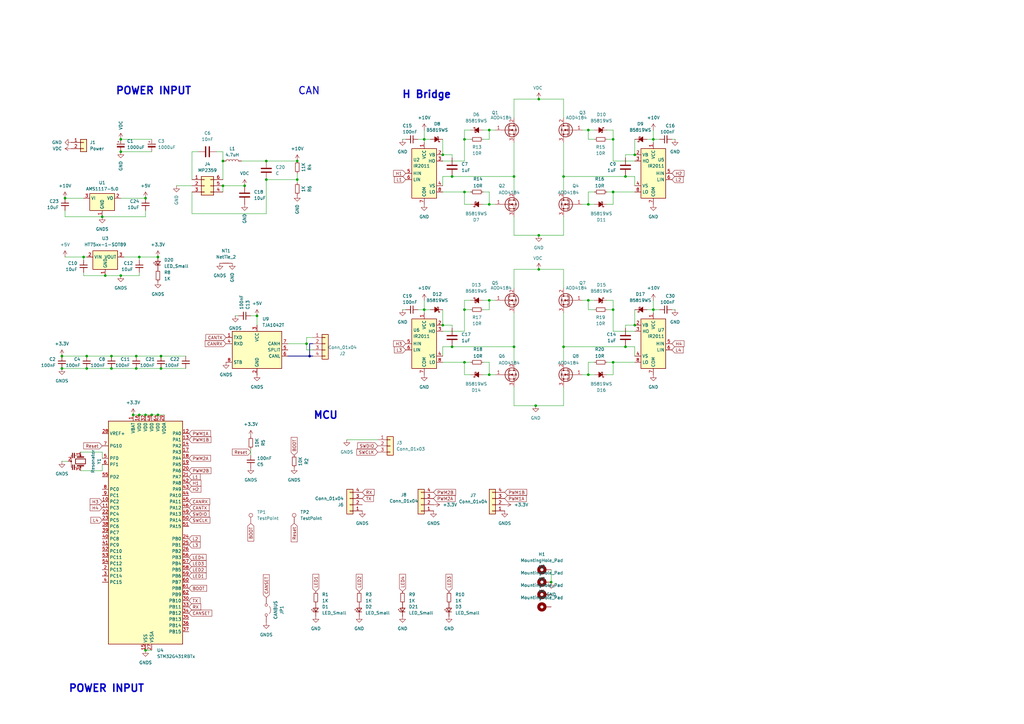
<source format=kicad_sch>
(kicad_sch (version 20250114) (generator "eeschema") (generator_version "9.0")
  (paper "A3")
  (lib_symbols
    (symbol "Connector:TestPoint" (pin_numbers (hide yes)) (pin_names (offset 0.762) (hide yes))
      (property "Reference" "TP" (at 0 6.858 0))
      (property "Value" "TestPoint" (at 0 5.08 0))
      (symbol "TestPoint_1_1"
        (pin passive line (at 0 0 90) (length 2.54) (name "1") (number "1"))
      )
    )
    (symbol "Connector_Generic:Conn_01x02" (pin_names (offset 1.016) (hide yes))
      (property "Reference" "J" (at 0 2.54 0))
      (property "Value" "Conn_01x02" (at 0 -5.08 0))
      (symbol "Conn_01x02_1_1"
        (pin passive line (at -5.08 0 0) (length 3.81) (name "Pin_1") (number "1"))
        (pin passive line (at -5.08 -2.54 0) (length 3.81) (name "Pin_2") (number "2"))
      )
    )
    (symbol "Connector_Generic:Conn_01x03" (pin_names (offset 1.016) (hide yes))
      (property "Reference" "J" (at 0 5.08 0))
      (property "Value" "Conn_01x03" (at 0 -5.08 0))
      (symbol "Conn_01x03_1_1"
        (pin passive line (at -5.08 2.54 0) (length 3.81) (name "Pin_1") (number "1"))
        (pin passive line (at -5.08 0 0) (length 3.81) (name "Pin_2") (number "2"))
        (pin passive line (at -5.08 -2.54 0) (length 3.81) (name "Pin_3") (number "3"))
      )
    )
    (symbol "Connector_Generic:Conn_01x04" (pin_names (offset 1.016) (hide yes))
      (property "Reference" "J" (at 0 5.08 0))
      (property "Value" "Conn_01x04" (at 0 -7.62 0))
      (symbol "Conn_01x04_1_1"
        (pin passive line (at -5.08 2.54 0) (length 3.81) (name "Pin_1") (number "1"))
        (pin passive line (at -5.08 0 0) (length 3.81) (name "Pin_2") (number "2"))
        (pin passive line (at -5.08 -2.54 0) (length 3.81) (name "Pin_3") (number "3"))
        (pin passive line (at -5.08 -5.08 0) (length 3.81) (name "Pin_4") (number "4"))
      )
    )
    (symbol "Connector_Generic:Conn_02x03_Counter_Clockwise" (pin_names (offset 1.016) (hide yes))
      (property "Reference" "J" (at 1.27 5.08 0))
      (property "Value" "Conn_02x03_Counter_Clockwise" (at 1.27 -5.08 0))
      (symbol "Conn_02x03_Counter_Clockwise_1_1"
        (pin passive line (at -5.08 2.54 0) (length 3.81) (name "Pin_1") (number "1"))
        (pin passive line (at -5.08 0 0) (length 3.81) (name "Pin_2") (number "2"))
        (pin passive line (at -5.08 -2.54 0) (length 3.81) (name "Pin_3") (number "3"))
        (pin passive line (at 7.62 2.54 180) (length 3.81) (name "Pin_6") (number "6"))
        (pin passive line (at 7.62 0 180) (length 3.81) (name "Pin_5") (number "5"))
        (pin passive line (at 7.62 -2.54 180) (length 3.81) (name "Pin_4") (number "4"))
      )
    )
    (symbol "Device:C" (pin_numbers (hide yes)) (pin_names (offset 0.254))
      (property "Reference" "C" (at 0.635 2.54 0))
      (property "Value" "C" (at 0.635 -2.54 0))
      (symbol "C_1_1"
        (pin passive line (at 0 3.81 270) (length 2.794) (name "~") (number "1"))
        (pin passive line (at 0 -3.81 90) (length 2.794) (name "~") (number "2"))
      )
    )
    (symbol "Device:C_Polarized_Small" (pin_numbers (hide yes)) (pin_names (offset 0.254) (hide yes))
      (property "Reference" "C" (at 0.254 1.778 0))
      (property "Value" "C_Polarized_Small" (at 0.254 -2.032 0))
      (symbol "C_Polarized_Small_1_1"
        (pin passive line (at 0 2.54 270) (length 1.8542) (name "~") (number "1"))
        (pin passive line (at 0 -2.54 90) (length 1.8542) (name "~") (number "2"))
      )
    )
    (symbol "Device:C_Small" (pin_numbers (hide yes)) (pin_names (offset 0.254) (hide yes))
      (property "Reference" "C" (at 0.254 1.778 0))
      (property "Value" "C_Small" (at 0.254 -2.032 0))
      (symbol "C_Small_1_1"
        (pin passive line (at 0 2.54 270) (length 2.032) (name "~") (number "1"))
        (pin passive line (at 0 -2.54 90) (length 2.032) (name "~") (number "2"))
      )
    )
    (symbol "Device:D_Schottky_Small_Filled" (pin_numbers (hide yes)) (pin_names (offset 0.254) (hide yes))
      (property "Reference" "D" (at -1.27 2.032 0))
      (property "Value" "D_Schottky_Small_Filled" (at -7.112 -2.032 0))
      (symbol "D_Schottky_Small_Filled_1_1"
        (pin passive line (at -2.54 0 0) (length 1.778) (name "K") (number "1"))
        (pin passive line (at 2.54 0 180) (length 1.778) (name "A") (number "2"))
      )
    )
    (symbol "Device:L" (pin_numbers (hide yes)) (pin_names (offset 1.016) (hide yes))
      (property "Reference" "L" (at -1.27 0 90))
      (property "Value" "L" (at 1.905 0 90))
      (symbol "L_1_1"
        (pin passive line (at 0 3.81 270) (length 1.27) (name "1") (number "1"))
        (pin passive line (at 0 -3.81 90) (length 1.27) (name "2") (number "2"))
      )
    )
    (symbol "Device:LED_Small" (pin_numbers (hide yes)) (pin_names (offset 0.254) (hide yes))
      (property "Reference" "D" (at -1.27 3.175 0))
      (property "Value" "LED_Small" (at -4.445 -2.54 0))
      (symbol "LED_Small_1_1"
        (pin passive line (at -2.54 0 0) (length 1.778) (name "K") (number "1"))
        (pin passive line (at 2.54 0 180) (length 1.778) (name "A") (number "2"))
      )
    )
    (symbol "Device:NetTie_2" (pin_numbers (hide yes)) (pin_names (offset 0) (hide yes)) (in_bom no)
      (property "Reference" "NT" (at 0 1.27 0))
      (property "Value" "NetTie_2" (at 0 -1.27 0))
      (symbol "NetTie_2_1_1"
        (pin passive line (at -2.54 0 0) (length 2.54) (name "1") (number "1"))
        (pin passive line (at 2.54 0 180) (length 2.54) (name "2") (number "2"))
      )
    )
    (symbol "Device:R_Small" (pin_numbers (hide yes)) (pin_names (offset 0.254) (hide yes))
      (property "Reference" "R" (at 0.762 0.508 0))
      (property "Value" "R_Small" (at 0.762 -1.016 0))
      (symbol "R_Small_1_1"
        (pin passive line (at 0 2.54 270) (length 0.762) (name "~") (number "1"))
        (pin passive line (at 0 -2.54 90) (length 0.762) (name "~") (number "2"))
      )
    )
    (symbol "Device:Resonator" (pin_names (offset 1.016) (hide yes))
      (property "Reference" "Y" (at 0 5.715 0))
      (property "Value" "Resonator" (at 0 3.81 0))
      (symbol "Resonator_1_1"
        (pin passive line (at -3.81 0 0) (length 1.27) (name "1") (number "1"))
        (pin passive line (at 0 -5.08 90) (length 1.27) (name "2") (number "2"))
        (pin passive line (at 3.81 0 180) (length 1.27) (name "3") (number "3"))
      )
    )
    (symbol "Driver_FET:IR2011"
      (property "Reference" "U" (at 1.27 13.335 0))
      (property "Value" "IR2011" (at 1.27 11.43 0))
      (symbol "IR2011_1_1"
        (pin input line (at -7.62 0 0) (length 2.54) (name "HIN") (number "5"))
        (pin input line (at -7.62 -2.54 0) (length 2.54) (name "LIN") (number "6"))
        (pin power_in line (at 0 12.7 270) (length 2.54) (name "VCC") (number "1"))
        (pin power_in line (at 0 -12.7 90) (length 2.54) (name "COM") (number "7"))
        (pin passive line (at 7.62 7.62 180) (length 2.54) (name "VB") (number "2"))
        (pin output line (at 7.62 5.08 180) (length 2.54) (name "HO") (number "3"))
        (pin passive line (at 7.62 -5.08 180) (length 2.54) (name "VS") (number "4"))
        (pin output line (at 7.62 -7.62 180) (length 2.54) (name "LO") (number "8"))
      )
    )
    (symbol "Interface_CAN_LIN:TJA1042T"
      (property "Reference" "U" (at -10.16 8.89 0))
      (property "Value" "TJA1042T" (at 1.27 8.89 0))
      (symbol "TJA1042T_1_1"
        (pin input line (at -12.7 5.08 0) (length 2.54) (name "TXD") (number "1"))
        (pin output line (at -12.7 2.54 0) (length 2.54) (name "RXD") (number "4"))
        (pin input line (at -12.7 -5.08 0) (length 2.54) (name "STB") (number "8"))
        (pin power_in line (at 0 10.16 270) (length 2.54) (name "VCC") (number "3"))
        (pin power_in line (at 0 -10.16 90) (length 2.54) (name "GND") (number "2"))
        (pin bidirectional line (at 12.7 2.54 180) (length 2.54) (name "CANH") (number "7"))
        (pin power_out line (at 12.7 0 180) (length 2.54) (name "SPLIT") (number "5"))
        (pin bidirectional line (at 12.7 -2.54 180) (length 2.54) (name "CANL") (number "6"))
      )
    )
    (symbol "Jumper:Jumper_2_Open" (pin_numbers (hide yes)) (pin_names (offset 0) (hide yes)) (exclude_from_sim yes)
      (property "Reference" "JP" (at 0 2.794 0))
      (property "Value" "Jumper_2_Open" (at 0 -2.286 0))
      (symbol "Jumper_2_Open_1_1"
        (pin passive line (at -5.08 0 0) (length 2.54) (name "A") (number "1"))
        (pin passive line (at 5.08 0 180) (length 2.54) (name "B") (number "2"))
      )
    )
    (symbol "MCU_ST_STM32G4:STM32G431RBTx"
      (property "Reference" "U" (at -15.24 46.99 0))
      (property "Value" "STM32G431RBTx" (at 10.16 46.99 0))
      (symbol "STM32G431RBTx_1_1"
        (pin input line (at -17.78 40.64 0) (length 2.54) (name "VREF+") (number "28"))
        (pin bidirectional line (at -17.78 35.56 0) (length 2.54) (name "PG10") (number "7"))
        (pin bidirectional line (at -17.78 30.48 0) (length 2.54) (name "PF0") (number "5"))
        (pin bidirectional line (at -17.78 27.94 0) (length 2.54) (name "PF1") (number "6"))
        (pin bidirectional line (at -17.78 22.86 0) (length 2.54) (name "PD2") (number "55"))
        (pin bidirectional line (at -17.78 17.78 0) (length 2.54) (name "PC0") (number "8"))
        (pin bidirectional line (at -17.78 15.24 0) (length 2.54) (name "PC1") (number "9"))
        (pin bidirectional line (at -17.78 12.7 0) (length 2.54) (name "PC2") (number "10"))
        (pin bidirectional line (at -17.78 10.16 0) (length 2.54) (name "PC3") (number "11"))
        (pin bidirectional line (at -17.78 7.62 0) (length 2.54) (name "PC4") (number "22"))
        (pin bidirectional line (at -17.78 5.08 0) (length 2.54) (name "PC5") (number "23"))
        (pin bidirectional line (at -17.78 2.54 0) (length 2.54) (name "PC6") (number "38"))
        (pin bidirectional line (at -17.78 0 0) (length 2.54) (name "PC7") (number "39"))
        (pin bidirectional line (at -17.78 -2.54 0) (length 2.54) (name "PC8") (number "40"))
        (pin bidirectional line (at -17.78 -5.08 0) (length 2.54) (name "PC9") (number "41"))
        (pin bidirectional line (at -17.78 -7.62 0) (length 2.54) (name "PC10") (number "52"))
        (pin bidirectional line (at -17.78 -10.16 0) (length 2.54) (name "PC11") (number "53"))
        (pin bidirectional line (at -17.78 -12.7 0) (length 2.54) (name "PC12") (number "54"))
        (pin bidirectional line (at -17.78 -15.24 0) (length 2.54) (name "PC13") (number "2"))
        (pin bidirectional line (at -17.78 -17.78 0) (length 2.54) (name "PC14") (number "3"))
        (pin bidirectional line (at -17.78 -20.32 0) (length 2.54) (name "PC15") (number "4"))
        (pin power_in line (at -5.08 48.26 270) (length 2.54) (name "VBAT") (number "1"))
        (pin power_in line (at -2.54 48.26 270) (length 2.54) (name "VDD") (number "16"))
        (pin power_in line (at 0 48.26 270) (length 2.54) (name "VDD") (number "32"))
        (pin power_in line (at 0 -48.26 90) (length 2.54) (name "VSS") (number "15"))
        (pin passive line (at 0 -48.26 90) (length 2.54) (hide yes) (name "VSS") (number "31"))
        (pin passive line (at 0 -48.26 90) (length 2.54) (hide yes) (name "VSS") (number "47"))
        (pin passive line (at 0 -48.26 90) (length 2.54) (hide yes) (name "VSS") (number "63"))
        (pin power_in line (at 2.54 48.26 270) (length 2.54) (name "VDD") (number "48"))
        (pin power_in line (at 2.54 -48.26 90) (length 2.54) (name "VSSA") (number "27"))
        (pin power_in line (at 5.08 48.26 270) (length 2.54) (name "VDD") (number "64"))
        (pin power_in line (at 7.62 48.26 270) (length 2.54) (name "VDDA") (number "29"))
        (pin bidirectional line (at 17.78 40.64 180) (length 2.54) (name "PA0") (number "12"))
        (pin bidirectional line (at 17.78 38.1 180) (length 2.54) (name "PA1") (number "13"))
        (pin bidirectional line (at 17.78 35.56 180) (length 2.54) (name "PA2") (number "14"))
        (pin bidirectional line (at 17.78 33.02 180) (length 2.54) (name "PA3") (number "17"))
        (pin bidirectional line (at 17.78 30.48 180) (length 2.54) (name "PA4") (number "18"))
        (pin bidirectional line (at 17.78 27.94 180) (length 2.54) (name "PA5") (number "19"))
        (pin bidirectional line (at 17.78 25.4 180) (length 2.54) (name "PA6") (number "20"))
        (pin bidirectional line (at 17.78 22.86 180) (length 2.54) (name "PA7") (number "21"))
        (pin bidirectional line (at 17.78 20.32 180) (length 2.54) (name "PA8") (number "42"))
        (pin bidirectional line (at 17.78 17.78 180) (length 2.54) (name "PA9") (number "43"))
        (pin bidirectional line (at 17.78 15.24 180) (length 2.54) (name "PA10") (number "44"))
        (pin bidirectional line (at 17.78 12.7 180) (length 2.54) (name "PA11") (number "45"))
        (pin bidirectional line (at 17.78 10.16 180) (length 2.54) (name "PA12") (number "46"))
        (pin bidirectional line (at 17.78 7.62 180) (length 2.54) (name "PA13") (number "49"))
        (pin bidirectional line (at 17.78 5.08 180) (length 2.54) (name "PA14") (number "50"))
        (pin bidirectional line (at 17.78 2.54 180) (length 2.54) (name "PA15") (number "51"))
        (pin bidirectional line (at 17.78 -2.54 180) (length 2.54) (name "PB0") (number "24"))
        (pin bidirectional line (at 17.78 -5.08 180) (length 2.54) (name "PB1") (number "25"))
        (pin bidirectional line (at 17.78 -7.62 180) (length 2.54) (name "PB2") (number "26"))
        (pin bidirectional line (at 17.78 -10.16 180) (length 2.54) (name "PB3") (number "56"))
        (pin bidirectional line (at 17.78 -12.7 180) (length 2.54) (name "PB4") (number "57"))
        (pin bidirectional line (at 17.78 -15.24 180) (length 2.54) (name "PB5") (number "58"))
        (pin bidirectional line (at 17.78 -17.78 180) (length 2.54) (name "PB6") (number "59"))
        (pin bidirectional line (at 17.78 -20.32 180) (length 2.54) (name "PB7") (number "60"))
        (pin bidirectional line (at 17.78 -22.86 180) (length 2.54) (name "PB8") (number "61"))
        (pin bidirectional line (at 17.78 -25.4 180) (length 2.54) (name "PB9") (number "62"))
        (pin bidirectional line (at 17.78 -27.94 180) (length 2.54) (name "PB10") (number "30"))
        (pin bidirectional line (at 17.78 -30.48 180) (length 2.54) (name "PB11") (number "33"))
        (pin bidirectional line (at 17.78 -33.02 180) (length 2.54) (name "PB12") (number "34"))
        (pin bidirectional line (at 17.78 -35.56 180) (length 2.54) (name "PB13") (number "35"))
        (pin bidirectional line (at 17.78 -38.1 180) (length 2.54) (name "PB14") (number "36"))
        (pin bidirectional line (at 17.78 -40.64 180) (length 2.54) (name "PB15") (number "37"))
      )
    )
    (symbol "Mechanical:MountingHole_Pad" (pin_numbers (hide yes)) (pin_names (offset 1.016) (hide yes)) (exclude_from_sim yes) (in_bom no)
      (property "Reference" "H" (at 0 6.35 0))
      (property "Value" "MountingHole_Pad" (at 0 4.445 0))
      (symbol "MountingHole_Pad_1_1"
        (pin input line (at 0 -2.54 90) (length 2.54) (name "1") (number "1"))
      )
    )
    (symbol "Regulator_Linear:AMS1117-5.0"
      (property "Reference" "U" (at -3.81 3.175 0))
      (property "Value" "AMS1117-5.0" (at 0 3.175 0))
      (symbol "AMS1117-5.0_1_1"
        (pin power_in line (at -7.62 0 0) (length 2.54) (name "VI") (number "3"))
        (pin power_in line (at 0 -7.62 90) (length 2.54) (name "GND") (number "1"))
        (pin power_out line (at 7.62 0 180) (length 2.54) (name "VO") (number "2"))
      )
    )
    (symbol "Regulator_Linear:HT75xx-1-SOT89"
      (property "Reference" "U" (at -5.08 -3.81 0))
      (property "Value" "HT75xx-1-SOT89" (at 0 6.35 0))
      (symbol "HT75xx-1-SOT89_1_1"
        (pin power_in line (at -7.62 2.54 0) (length 2.54) (name "VIN") (number "2"))
        (pin power_in line (at 0 -5.08 90) (length 2.54) (name "GND") (number "1"))
        (pin power_out line (at 7.62 2.54 180) (length 2.54) (name "VOUT") (number "3"))
      )
    )
    (symbol "Transistor_FET:Q_NMOS_GDS" (pin_names (offset 0) (hide yes))
      (property "Reference" "Q" (at 5.08 1.905 0))
      (property "Value" "Q_NMOS_GDS" (at 5.08 0 0))
      (symbol "Q_NMOS_GDS_1_1"
        (pin input line (at -5.08 0 0) (length 2.54) (name "G") (number "1"))
        (pin passive line (at 2.54 5.08 270) (length 2.54) (name "D") (number "2"))
        (pin passive line (at 2.54 -5.08 90) (length 2.54) (name "S") (number "3"))
      )
    )
    (symbol "power:+10V" (power) (pin_numbers (hide yes)) (pin_names (offset 0) (hide yes))
      (property "Value" "+10V" (at 0 3.556 0))
      (symbol "+10V_1_1"
        (pin power_in line (at 0 0 90) (length 0) (name "~") (number "1"))
      )
    )
    (symbol "power:+3.3V" (power) (pin_numbers (hide yes)) (pin_names (offset 0) (hide yes))
      (property "Value" "+3.3V" (at 0 3.556 0))
      (symbol "+3.3V_1_1"
        (pin power_in line (at 0 0 90) (length 0) (name "~") (number "1"))
      )
    )
    (symbol "power:+5V" (power) (pin_numbers (hide yes)) (pin_names (offset 0) (hide yes))
      (property "Value" "+5V" (at 0 3.556 0))
      (symbol "+5V_1_1"
        (pin power_in line (at 0 0 90) (length 0) (name "~") (number "1"))
      )
    )
    (symbol "power:GND" (power) (pin_numbers (hide yes)) (pin_names (offset 0) (hide yes))
      (property "Value" "GND" (at 0 -3.81 0))
      (symbol "GND_1_1"
        (pin power_in line (at 0 0 270) (length 0) (name "~") (number "1"))
      )
    )
    (symbol "power:GNDS" (power) (pin_numbers (hide yes)) (pin_names (offset 0) (hide yes))
      (property "Value" "GNDS" (at 0 -3.81 0))
      (symbol "GNDS_1_1"
        (pin power_in line (at 0 0 270) (length 0) (name "~") (number "1"))
      )
    )
    (symbol "power:VDC" (power) (pin_numbers (hide yes)) (pin_names (offset 0) (hide yes))
      (property "Value" "VDC" (at 0 3.556 0))
      (symbol "VDC_1_1"
        (pin power_in line (at 0 0 90) (length 0) (name "~") (number "1"))
      )
    )
  )
  (text "MCU" (at 133.604 170.434 0) (effects (font (size 3 3) (bold yes))))
  (text "CAN" (at 126.746 37.338 0) (effects (font (size 3 3) (thickness 0.4) (bold yes))))
  (text "POWER INPUT\n" (at 62.992 37.338 0) (effects (font (size 3 3) (bold yes))))
  (text "POWER INPUT\n" (at 43.688 282.448 0) (effects (font (size 3 3) (bold yes))))
  (text "H Bridge" (at 175.006 38.862 0) (effects (font (size 3 3) (bold yes))))
  (junction (at 49.53 57.15))
  (junction (at 241.3 53.34))
  (junction (at 231.14 72.39))
  (junction (at 220.98 110.49))
  (junction (at 267.97 127))
  (junction (at 54.61 170.18))
  (junction (at 181.61 63.5))
  (junction (at 220.98 40.64))
  (junction (at 220.98 96.52))
  (junction (at 49.53 62.23))
  (junction (at 190.5 127))
  (junction (at 200.66 123.19))
  (junction (at 45.72 151.13))
  (junction (at 210.82 72.39))
  (junction (at 190.5 57.15))
  (junction (at 256.54 72.39))
  (junction (at 26.67 81.28))
  (junction (at 190.5 148.59))
  (junction (at 59.69 81.28))
  (junction (at 59.69 170.18))
  (junction (at 181.61 133.35))
  (junction (at 173.99 57.15))
  (junction (at 260.35 63.5))
  (junction (at 251.46 148.59))
  (junction (at 34.29 105.41))
  (junction (at 49.53 113.03))
  (junction (at 41.91 88.9))
  (junction (at 91.44 76.2))
  (junction (at 200.66 153.67))
  (junction (at 251.46 127))
  (junction (at 62.23 170.18))
  (junction (at 43.18 113.03))
  (junction (at 105.41 129.54))
  (junction (at 25.4 146.05))
  (junction (at 241.3 153.67))
  (junction (at 91.44 66.04))
  (junction (at 45.72 146.05))
  (junction (at 210.82 142.24))
  (junction (at 241.3 83.82))
  (junction (at 241.3 123.19))
  (junction (at 59.69 266.7))
  (junction (at 251.46 78.74))
  (junction (at 57.15 105.41))
  (junction (at 200.66 83.82))
  (junction (at 200.66 53.34))
  (junction (at 35.56 151.13))
  (junction (at 55.88 151.13))
  (junction (at 121.92 73.66))
  (junction (at 226.06 238.76))
  (junction (at 121.92 66.04))
  (junction (at 185.42 142.24))
  (junction (at 267.97 57.15))
  (junction (at 64.77 170.18))
  (junction (at 109.22 66.04))
  (junction (at 260.35 133.35))
  (junction (at 100.33 76.2))
  (junction (at 25.4 151.13))
  (junction (at 125.73 140.97))
  (junction (at 256.54 142.24))
  (junction (at 64.77 105.41))
  (junction (at 173.99 127))
  (junction (at 66.04 151.13))
  (junction (at 185.42 72.39))
  (junction (at 219.71 166.37))
  (junction (at 190.5 78.74))
  (junction (at 127 146.05))
  (junction (at 251.46 57.15))
  (junction (at 35.56 146.05))
  (junction (at 109.22 73.66))
  (junction (at 231.14 142.24))
  (junction (at 55.88 146.05))
  (junction (at 66.04 146.05))
  (junction (at 57.15 170.18))
  (wire (pts (xy 50.8 105.41) (xy 57.15 105.41)))
  (wire (pts (xy 256.54 63.5) (xy 256.54 64.77)))
  (wire (pts (xy 251.46 127) (xy 251.46 135.89)))
  (wire (pts (xy 251.46 135.89) (xy 260.35 135.89)))
  (wire (pts (xy 43.18 113.03) (xy 49.53 113.03)))
  (wire (pts (xy 34.29 111.76) (xy 34.29 113.03)))
  (wire (pts (xy 251.46 123.19) (xy 251.46 127)))
  (wire (pts (xy 275.59 127) (xy 276.86 127)))
  (wire (pts (xy 198.12 123.19) (xy 200.66 123.19)))
  (wire (pts (xy 26.67 86.36) (xy 26.67 88.9)))
  (wire (pts (xy 248.92 57.15) (xy 251.46 57.15)))
  (wire (pts (xy 251.46 83.82) (xy 248.92 83.82)))
  (wire (pts (xy 190.5 53.34) (xy 190.5 57.15)))
  (wire (pts (xy 241.3 148.59) (xy 243.84 148.59)))
  (wire (pts (xy 57.15 111.76) (xy 57.15 113.03)))
  (wire (pts (xy 166.37 57.15) (xy 165.1 57.15)))
  (wire (pts (xy 231.14 158.75) (xy 231.14 166.37)))
  (wire (pts (xy 181.61 142.24) (xy 185.42 142.24)))
  (bus (pts (xy 127 146.05) (xy 128.27 146.05)))
  (wire (pts (xy 173.99 123.19) (xy 173.99 127)))
  (wire (pts (xy 267.97 57.15) (xy 270.51 57.15)))
  (wire (pts (xy 251.46 57.15) (xy 251.46 66.04)))
  (wire (pts (xy 26.67 81.28) (xy 34.29 81.28)))
  (wire (pts (xy 241.3 57.15) (xy 243.84 57.15)))
  (wire (pts (xy 54.61 170.18) (xy 57.15 170.18)))
  (wire (pts (xy 181.61 127) (xy 181.61 133.35)))
  (wire (pts (xy 200.66 148.59) (xy 200.66 153.67)))
  (wire (pts (xy 210.82 142.24) (xy 210.82 148.59)))
  (wire (pts (xy 26.67 105.41) (xy 34.29 105.41)))
  (wire (pts (xy 91.44 76.2) (xy 91.44 78.74)))
  (wire (pts (xy 260.35 127) (xy 260.35 133.35)))
  (wire (pts (xy 219.71 166.37) (xy 231.14 166.37)))
  (wire (pts (xy 256.54 133.35) (xy 260.35 133.35)))
  (wire (pts (xy 181.61 148.59) (xy 190.5 148.59)))
  (wire (pts (xy 190.5 78.74) (xy 190.5 83.82)))
  (wire (pts (xy 210.82 40.64) (xy 220.98 40.64)))
  (wire (pts (xy 25.4 189.23) (xy 27.94 189.23)))
  (wire (pts (xy 267.97 53.34) (xy 267.97 57.15)))
  (wire (pts (xy 210.82 88.9) (xy 210.82 96.52)))
  (bus (pts (xy 118.11 146.05) (xy 127 146.05)))
  (wire (pts (xy 267.97 127) (xy 270.51 127)))
  (wire (pts (xy 190.5 135.89) (xy 181.61 135.89)))
  (wire (pts (xy 220.98 96.52) (xy 231.14 96.52)))
  (wire (pts (xy 62.23 170.18) (xy 64.77 170.18)))
  (wire (pts (xy 193.04 57.15) (xy 190.5 57.15)))
  (wire (pts (xy 45.72 146.05) (xy 55.88 146.05)))
  (wire (pts (xy 241.3 127) (xy 243.84 127)))
  (wire (pts (xy 241.3 148.59) (xy 241.3 153.67)))
  (wire (pts (xy 200.66 53.34) (xy 200.66 57.15)))
  (wire (pts (xy 49.53 113.03) (xy 57.15 113.03)))
  (wire (pts (xy 57.15 105.41) (xy 64.77 105.41)))
  (wire (pts (xy 241.3 53.34) (xy 241.3 57.15)))
  (wire (pts (xy 210.82 110.49) (xy 220.98 110.49)))
  (wire (pts (xy 78.74 62.23) (xy 78.74 73.66)))
  (wire (pts (xy 125.73 143.51) (xy 128.27 143.51)))
  (wire (pts (xy 260.35 148.59) (xy 251.46 148.59)))
  (wire (pts (xy 25.4 146.05) (xy 35.56 146.05)))
  (wire (pts (xy 243.84 123.19) (xy 241.3 123.19)))
  (wire (pts (xy 88.9 62.23) (xy 91.44 62.23)))
  (wire (pts (xy 64.77 170.18) (xy 67.31 170.18)))
  (wire (pts (xy 275.59 57.15) (xy 276.86 57.15)))
  (wire (pts (xy 33.02 185.42) (xy 41.91 185.42)))
  (wire (pts (xy 176.53 127) (xy 173.99 127)))
  (wire (pts (xy 251.46 66.04) (xy 260.35 66.04)))
  (wire (pts (xy 198.12 83.82) (xy 200.66 83.82)))
  (wire (pts (xy 173.99 57.15) (xy 173.99 58.42)))
  (wire (pts (xy 241.3 78.74) (xy 241.3 83.82)))
  (wire (pts (xy 185.42 133.35) (xy 185.42 134.62)))
  (wire (pts (xy 185.42 63.5) (xy 181.61 63.5)))
  (wire (pts (xy 256.54 63.5) (xy 260.35 63.5)))
  (wire (pts (xy 102.87 129.54) (xy 105.41 129.54)))
  (wire (pts (xy 210.82 158.75) (xy 210.82 166.37)))
  (wire (pts (xy 267.97 127) (xy 267.97 128.27)))
  (wire (pts (xy 190.5 148.59) (xy 193.04 148.59)))
  (wire (pts (xy 121.92 74.93) (xy 121.92 73.66)))
  (wire (pts (xy 231.14 88.9) (xy 231.14 96.52)))
  (wire (pts (xy 200.66 78.74) (xy 198.12 78.74)))
  (wire (pts (xy 185.42 63.5) (xy 185.42 64.77)))
  (wire (pts (xy 210.82 58.42) (xy 210.82 72.39)))
  (wire (pts (xy 181.61 57.15) (xy 181.61 63.5)))
  (wire (pts (xy 200.66 57.15) (xy 198.12 57.15)))
  (wire (pts (xy 190.5 78.74) (xy 193.04 78.74)))
  (wire (pts (xy 200.66 153.67) (xy 203.2 153.67)))
  (wire (pts (xy 34.29 113.03) (xy 43.18 113.03)))
  (wire (pts (xy 210.82 72.39) (xy 210.82 78.74)))
  (wire (pts (xy 55.88 151.13) (xy 66.04 151.13)))
  (wire (pts (xy 243.84 83.82) (xy 241.3 83.82)))
  (wire (pts (xy 190.5 127) (xy 190.5 135.89)))
  (wire (pts (xy 190.5 53.34) (xy 193.04 53.34)))
  (wire (pts (xy 190.5 148.59) (xy 190.5 153.67)))
  (wire (pts (xy 176.53 57.15) (xy 173.99 57.15)))
  (wire (pts (xy 241.3 123.19) (xy 241.3 127)))
  (wire (pts (xy 248.92 127) (xy 251.46 127)))
  (wire (pts (xy 99.06 66.04) (xy 109.22 66.04)))
  (wire (pts (xy 200.66 123.19) (xy 200.66 127)))
  (wire (pts (xy 265.43 127) (xy 267.97 127)))
  (wire (pts (xy 185.42 142.24) (xy 210.82 142.24)))
  (wire (pts (xy 243.84 153.67) (xy 241.3 153.67)))
  (wire (pts (xy 59.69 170.18) (xy 62.23 170.18)))
  (wire (pts (xy 251.46 148.59) (xy 251.46 153.67)))
  (wire (pts (xy 200.66 78.74) (xy 200.66 83.82)))
  (wire (pts (xy 231.14 58.42) (xy 231.14 72.39)))
  (wire (pts (xy 142.24 180.34) (xy 154.94 180.34)))
  (wire (pts (xy 210.82 128.27) (xy 210.82 142.24)))
  (wire (pts (xy 41.91 187.96) (xy 41.91 185.42)))
  (wire (pts (xy 105.41 129.54) (xy 105.41 133.35)))
  (wire (pts (xy 241.3 83.82) (xy 238.76 83.82)))
  (wire (pts (xy 260.35 78.74) (xy 251.46 78.74)))
  (wire (pts (xy 210.82 166.37) (xy 219.71 166.37)))
  (wire (pts (xy 34.29 106.68) (xy 34.29 105.41)))
  (wire (pts (xy 173.99 127) (xy 173.99 128.27)))
  (wire (pts (xy 118.11 140.97) (xy 125.73 140.97)))
  (wire (pts (xy 59.69 86.36) (xy 59.69 88.9)))
  (wire (pts (xy 190.5 83.82) (xy 193.04 83.82)))
  (wire (pts (xy 193.04 127) (xy 190.5 127)))
  (wire (pts (xy 241.3 78.74) (xy 243.84 78.74)))
  (wire (pts (xy 34.29 105.41) (xy 35.56 105.41)))
  (wire (pts (xy 181.61 142.24) (xy 181.61 146.05)))
  (wire (pts (xy 265.43 57.15) (xy 267.97 57.15)))
  (wire (pts (xy 190.5 123.19) (xy 190.5 127)))
  (wire (pts (xy 128.27 138.43) (xy 125.73 138.43)))
  (wire (pts (xy 78.74 78.74) (xy 78.74 87.63)))
  (wire (pts (xy 190.5 66.04) (xy 181.61 66.04)))
  (wire (pts (xy 190.5 123.19) (xy 193.04 123.19)))
  (wire (pts (xy 241.3 123.19) (xy 238.76 123.19)))
  (wire (pts (xy 198.12 153.67) (xy 200.66 153.67)))
  (wire (pts (xy 251.46 53.34) (xy 248.92 53.34)))
  (wire (pts (xy 231.14 110.49) (xy 231.14 118.11)))
  (wire (pts (xy 35.56 151.13) (xy 45.72 151.13)))
  (wire (pts (xy 256.54 72.39) (xy 260.35 72.39)))
  (wire (pts (xy 220.98 40.64) (xy 231.14 40.64)))
  (wire (pts (xy 166.37 127) (xy 165.1 127)))
  (wire (pts (xy 109.22 66.04) (xy 121.92 66.04)))
  (wire (pts (xy 231.14 128.27) (xy 231.14 142.24)))
  (wire (pts (xy 251.46 153.67) (xy 248.92 153.67)))
  (wire (pts (xy 66.04 151.13) (xy 76.2 151.13)))
  (wire (pts (xy 241.3 153.67) (xy 238.76 153.67)))
  (wire (pts (xy 260.35 57.15) (xy 260.35 63.5)))
  (wire (pts (xy 210.82 40.64) (xy 210.82 48.26)))
  (wire (pts (xy 256.54 133.35) (xy 256.54 134.62)))
  (wire (pts (xy 181.61 72.39) (xy 185.42 72.39)))
  (wire (pts (xy 185.42 133.35) (xy 181.61 133.35)))
  (wire (pts (xy 91.44 62.23) (xy 91.44 66.04)))
  (wire (pts (xy 190.5 57.15) (xy 190.5 66.04)))
  (wire (pts (xy 181.61 72.39) (xy 181.61 76.2)))
  (wire (pts (xy 251.46 123.19) (xy 248.92 123.19)))
  (wire (pts (xy 125.73 140.97) (xy 125.73 143.51)))
  (wire (pts (xy 72.39 76.2) (xy 78.74 76.2)))
  (wire (pts (xy 66.04 146.05) (xy 76.2 146.05)))
  (wire (pts (xy 57.15 105.41) (xy 57.15 106.68)))
  (wire (pts (xy 251.46 148.59) (xy 248.92 148.59)))
  (bus (pts (xy 128.27 140.97) (xy 127 140.97)))
  (wire (pts (xy 55.88 146.05) (xy 66.04 146.05)))
  (wire (pts (xy 231.14 142.24) (xy 231.14 148.59)))
  (wire (pts (xy 260.35 72.39) (xy 260.35 76.2)))
  (wire (pts (xy 190.5 153.67) (xy 193.04 153.67)))
  (bus (pts (xy 127 140.97) (xy 127 146.05)))
  (wire (pts (xy 25.4 151.13) (xy 35.56 151.13)))
  (wire (pts (xy 100.33 76.2) (xy 91.44 76.2)))
  (wire (pts (xy 62.23 62.23) (xy 49.53 62.23)))
  (wire (pts (xy 109.22 73.66) (xy 121.92 73.66)))
  (wire (pts (xy 33.02 193.04) (xy 41.91 193.04)))
  (wire (pts (xy 243.84 53.34) (xy 241.3 53.34)))
  (wire (pts (xy 185.42 72.39) (xy 210.82 72.39)))
  (wire (pts (xy 57.15 170.18) (xy 59.69 170.18)))
  (wire (pts (xy 200.66 127) (xy 198.12 127)))
  (wire (pts (xy 210.82 110.49) (xy 210.82 118.11)))
  (wire (pts (xy 121.92 73.66) (xy 121.92 71.12)))
  (wire (pts (xy 91.44 66.04) (xy 91.44 73.66)))
  (wire (pts (xy 78.74 87.63) (xy 109.22 87.63)))
  (wire (pts (xy 267.97 57.15) (xy 267.97 58.42)))
  (wire (pts (xy 241.3 53.34) (xy 238.76 53.34)))
  (wire (pts (xy 173.99 127) (xy 171.45 127)))
  (wire (pts (xy 59.69 266.7) (xy 62.23 266.7)))
  (wire (pts (xy 220.98 110.49) (xy 231.14 110.49)))
  (wire (pts (xy 226.06 233.68) (xy 226.06 238.76)))
  (wire (pts (xy 96.52 129.54) (xy 97.79 129.54)))
  (wire (pts (xy 173.99 53.34) (xy 173.99 57.15)))
  (wire (pts (xy 231.14 40.64) (xy 231.14 48.26)))
  (wire (pts (xy 251.46 78.74) (xy 248.92 78.74)))
  (wire (pts (xy 231.14 72.39) (xy 256.54 72.39)))
  (wire (pts (xy 198.12 53.34) (xy 200.66 53.34)))
  (wire (pts (xy 231.14 72.39) (xy 231.14 78.74)))
  (wire (pts (xy 173.99 57.15) (xy 171.45 57.15)))
  (wire (pts (xy 267.97 123.19) (xy 267.97 127)))
  (wire (pts (xy 260.35 142.24) (xy 260.35 146.05)))
  (wire (pts (xy 102.87 186.69) (xy 102.87 184.15)))
  (wire (pts (xy 210.82 96.52) (xy 220.98 96.52)))
  (wire (pts (xy 256.54 142.24) (xy 260.35 142.24)))
  (wire (pts (xy 231.14 142.24) (xy 256.54 142.24)))
  (wire (pts (xy 41.91 88.9) (xy 59.69 88.9)))
  (wire (pts (xy 35.56 146.05) (xy 45.72 146.05)))
  (wire (pts (xy 45.72 151.13) (xy 55.88 151.13)))
  (wire (pts (xy 62.23 57.15) (xy 49.53 57.15)))
  (wire (pts (xy 49.53 81.28) (xy 59.69 81.28)))
  (wire (pts (xy 200.66 53.34) (xy 203.2 53.34)))
  (wire (pts (xy 200.66 83.82) (xy 203.2 83.82)))
  (wire (pts (xy 200.66 148.59) (xy 198.12 148.59)))
  (wire (pts (xy 200.66 123.19) (xy 203.2 123.19)))
  (wire (pts (xy 41.91 190.5) (xy 41.91 193.04)))
  (wire (pts (xy 81.28 62.23) (xy 78.74 62.23)))
  (wire (pts (xy 109.22 87.63) (xy 109.22 73.66)))
  (wire (pts (xy 251.46 78.74) (xy 251.46 83.82)))
  (wire (pts (xy 181.61 78.74) (xy 190.5 78.74)))
  (wire (pts (xy 125.73 138.43) (xy 125.73 140.97)))
  (wire (pts (xy 251.46 53.34) (xy 251.46 57.15)))
  (wire (pts (xy 26.67 88.9) (xy 41.91 88.9)))
  (global_label "CANTX" (shape input) (at 77.47 208.28 0) (property "Intersheetrefs" "${INTERSHEET_REFS}" (effects (hide yes))))
  (global_label "L4" (shape input) (at 41.91 213.36 180) (property "Intersheetrefs" "${INTERSHEET_REFS}" (effects (hide yes))))
  (global_label "H1" (shape input) (at 77.47 198.12 0) (property "Intersheetrefs" "${INTERSHEET_REFS}" (effects (hide yes))))
  (global_label "L1" (shape input) (at 166.37 73.66 180) (property "Intersheetrefs" "${INTERSHEET_REFS}" (effects (hide yes))))
  (global_label "SWCLK" (shape input) (at 77.47 213.36 0) (property "Intersheetrefs" "${INTERSHEET_REFS}" (effects (hide yes))))
  (global_label "L2" (shape input) (at 77.47 220.98 0) (property "Intersheetrefs" "${INTERSHEET_REFS}" (effects (hide yes))))
  (global_label "L4" (shape input) (at 275.59 143.51 0) (property "Intersheetrefs" "${INTERSHEET_REFS}" (effects (hide yes))))
  (global_label "L3" (shape input) (at 77.47 223.52 0) (property "Intersheetrefs" "${INTERSHEET_REFS}" (effects (hide yes))))
  (global_label "L1" (shape input) (at 77.47 195.58 0) (property "Intersheetrefs" "${INTERSHEET_REFS}" (effects (hide yes))))
  (global_label "Reset" (shape input) (at 41.91 182.88 180) (property "Intersheetrefs" "${INTERSHEET_REFS}" (effects (hide yes))))
  (global_label "Reset" (shape input) (at 102.87 185.42 180) (property "Intersheetrefs" "${INTERSHEET_REFS}" (effects (hide yes))))
  (global_label "LED4" (shape input) (at 77.47 228.6 0) (property "Intersheetrefs" "${INTERSHEET_REFS}" (effects (hide yes))))
  (global_label "TX" (shape input) (at 148.59 204.47 0) (property "Intersheetrefs" "${INTERSHEET_REFS}" (effects (hide yes))))
  (global_label "RX" (shape input) (at 148.59 201.93 0) (property "Intersheetrefs" "${INTERSHEET_REFS}" (effects (hide yes))))
  (global_label "H4" (shape input) (at 275.59 140.97 0) (property "Intersheetrefs" "${INTERSHEET_REFS}" (effects (hide yes))))
  (global_label "PWM2A" (shape input) (at 177.8 204.47 0) (property "Intersheetrefs" "${INTERSHEET_REFS}" (effects (hide yes))))
  (global_label "BOOT" (shape input) (at 102.87 214.63 270) (property "Intersheetrefs" "${INTERSHEET_REFS}" (effects (hide yes))))
  (global_label "RX" (shape input) (at 77.47 248.92 0) (property "Intersheetrefs" "${INTERSHEET_REFS}" (effects (hide yes))))
  (global_label "PWM2A" (shape input) (at 77.47 187.96 0) (property "Intersheetrefs" "${INTERSHEET_REFS}" (effects (hide yes))))
  (global_label "BOOT" (shape input) (at 120.65 186.69 90) (property "Intersheetrefs" "${INTERSHEET_REFS}" (effects (hide yes))))
  (global_label "PWM1B" (shape input) (at 77.47 180.34 0) (property "Intersheetrefs" "${INTERSHEET_REFS}" (effects (hide yes))))
  (global_label "CANRX" (shape input) (at 92.71 140.97 180) (property "Intersheetrefs" "${INTERSHEET_REFS}" (effects (hide yes))))
  (global_label "SWDIO" (shape input) (at 154.94 182.88 180) (property "Intersheetrefs" "${INTERSHEET_REFS}" (effects (hide yes))))
  (global_label "TX" (shape input) (at 77.47 246.38 0) (property "Intersheetrefs" "${INTERSHEET_REFS}" (effects (hide yes))))
  (global_label "PWM2B" (shape input) (at 77.47 193.04 0) (property "Intersheetrefs" "${INTERSHEET_REFS}" (effects (hide yes))))
  (global_label "H1" (shape input) (at 166.37 71.12 180) (property "Intersheetrefs" "${INTERSHEET_REFS}" (effects (hide yes))))
  (global_label "CANTX" (shape input) (at 92.71 138.43 180) (property "Intersheetrefs" "${INTERSHEET_REFS}" (effects (hide yes))))
  (global_label "LED2" (shape input) (at 77.47 233.68 0) (property "Intersheetrefs" "${INTERSHEET_REFS}" (effects (hide yes))))
  (global_label "LED3" (shape input) (at 184.15 242.57 90) (property "Intersheetrefs" "${INTERSHEET_REFS}" (effects (hide yes))))
  (global_label "H3" (shape input) (at 41.91 205.74 180) (property "Intersheetrefs" "${INTERSHEET_REFS}" (effects (hide yes))))
  (global_label "LED3" (shape input) (at 77.47 231.14 0) (property "Intersheetrefs" "${INTERSHEET_REFS}" (effects (hide yes))))
  (global_label "CANSET" (shape input) (at 109.22 245.11 90) (property "Intersheetrefs" "${INTERSHEET_REFS}" (effects (hide yes))))
  (global_label "LED1" (shape input) (at 77.47 236.22 0) (property "Intersheetrefs" "${INTERSHEET_REFS}" (effects (hide yes))))
  (global_label "BOOT" (shape input) (at 77.47 241.3 0) (property "Intersheetrefs" "${INTERSHEET_REFS}" (effects (hide yes))))
  (global_label "LED4" (shape input) (at 165.1 242.57 90) (property "Intersheetrefs" "${INTERSHEET_REFS}" (effects (hide yes))))
  (global_label "H4" (shape input) (at 41.91 208.28 180) (property "Intersheetrefs" "${INTERSHEET_REFS}" (effects (hide yes))))
  (global_label "CANRX" (shape input) (at 77.47 205.74 0) (property "Intersheetrefs" "${INTERSHEET_REFS}" (effects (hide yes))))
  (global_label "PWM2B" (shape input) (at 177.8 201.93 0) (property "Intersheetrefs" "${INTERSHEET_REFS}" (effects (hide yes))))
  (global_label "H2" (shape input) (at 77.47 200.66 0) (property "Intersheetrefs" "${INTERSHEET_REFS}" (effects (hide yes))))
  (global_label "L2" (shape input) (at 275.59 73.66 0) (property "Intersheetrefs" "${INTERSHEET_REFS}" (effects (hide yes))))
  (global_label "L3" (shape input) (at 166.37 143.51 180) (property "Intersheetrefs" "${INTERSHEET_REFS}" (effects (hide yes))))
  (global_label "CANSET" (shape input) (at 77.47 251.46 0) (property "Intersheetrefs" "${INTERSHEET_REFS}" (effects (hide yes))))
  (global_label "PWM1A" (shape input) (at 207.01 204.47 0) (property "Intersheetrefs" "${INTERSHEET_REFS}" (effects (hide yes))))
  (global_label "H3" (shape input) (at 166.37 140.97 180) (property "Intersheetrefs" "${INTERSHEET_REFS}" (effects (hide yes))))
  (global_label "H2" (shape input) (at 275.59 71.12 0) (property "Intersheetrefs" "${INTERSHEET_REFS}" (effects (hide yes))))
  (global_label "PWM1A" (shape input) (at 77.47 177.8 0) (property "Intersheetrefs" "${INTERSHEET_REFS}" (effects (hide yes))))
  (global_label "SWDIO" (shape input) (at 77.47 210.82 0) (property "Intersheetrefs" "${INTERSHEET_REFS}" (effects (hide yes))))
  (global_label "PWM1B" (shape input) (at 207.01 201.93 0) (property "Intersheetrefs" "${INTERSHEET_REFS}" (effects (hide yes))))
  (global_label "SWCLK" (shape input) (at 154.94 185.42 180) (property "Intersheetrefs" "${INTERSHEET_REFS}" (effects (hide yes))))
  (global_label "LED1" (shape input) (at 129.54 242.57 90) (property "Intersheetrefs" "${INTERSHEET_REFS}" (effects (hide yes))))
  (global_label "Reset" (shape input) (at 120.65 214.63 270) (property "Intersheetrefs" "${INTERSHEET_REFS}" (effects (hide yes))))
  (global_label "LED2" (shape input) (at 147.32 242.57 90) (property "Intersheetrefs" "${INTERSHEET_REFS}" (effects (hide yes))))
  (symbol (lib_id "Device:C_Small") (at 55.88 148.59 0) (mirror y) (unit 1)
    (property "Reference" "C11" (at 53.34 147.3262 0) (effects (justify left)))
    (property "Value" "100nF" (at 53.34 149.8662 0) (effects (justify left)))
    (property "Footprint" "Capacitor_SMD:C_0603_1608Metric" (effects (hide yes)))
    (property "Description" "Unpolarized capacitor, small symbol" (effects (hide yes)))
  )
  (symbol (lib_id "power:GND") (at 267.97 153.67 0) (unit 1)
    (property "Reference" "#PWR062" (effects (hide yes)))
    (property "Value" "GND" (at 267.97 158.75 0))
    (property "Description" "Power symbol creates a global label with name \"GND\" , ground" (effects (hide yes)))
  )
  (symbol (lib_id "Device:C_Small") (at 59.69 83.82 0) (mirror y) (unit 1)
    (property "Reference" "C24" (at 57.15 82.5562 0) (effects (justify left)))
    (property "Value" "10uF" (at 57.15 85.0962 0) (effects (justify left)))
    (property "Footprint" "Capacitor_SMD:C_0603_1608Metric" (effects (hide yes)))
    (property "Description" "Unpolarized capacitor, small symbol" (effects (hide yes)))
  )
  (symbol (lib_id "Device:R_Small") (at 121.92 77.47 0) (mirror x) (unit 1)
    (property "Reference" "R6" (at 127 77.47 90))
    (property "Value" "1K" (at 124.46 77.47 90))
    (property "Footprint" "Resistor_SMD:R_0603_1608Metric" (effects (hide yes)))
    (property "Description" "Resistor, small symbol" (effects (hide yes)))
  )
  (symbol (lib_id "Device:C_Small") (at 168.91 127 270) (mirror x) (unit 1)
    (property "Reference" "C19" (at 165.1 121.412 90) (effects (justify left)))
    (property "Value" "100nF" (at 165.1 123.952 90) (effects (justify left)))
    (property "Footprint" "Capacitor_SMD:C_0805_2012Metric" (effects (hide yes)))
    (property "Description" "Unpolarized capacitor, small symbol" (effects (hide yes)))
  )
  (symbol (lib_id "Device:R_Small") (at 195.58 57.15 270) (unit 1)
    (property "Reference" "R13" (at 193.675 60.3249 90) (effects (justify left)))
    (property "Value" "10R" (at 193.675 62.8649 90) (effects (justify left)))
    (property "Footprint" "Resistor_SMD:R_0805_2012Metric" (effects (hide yes)))
    (property "Description" "Resistor, small symbol" (effects (hide yes)))
  )
  (symbol (lib_id "Transistor_FET:Q_NMOS_GDS") (at 233.68 153.67 0) (mirror y) (unit 1)
    (property "Reference" "Q8" (at 237.49 146.05 0) (effects (justify left)))
    (property "Value" "AOD4184" (at 237.49 148.844 0) (effects (justify left)))
    (property "Footprint" "Package_TO_SOT_SMD:TO-252-2" (effects (hide yes)))
    (property "Description" "N-MOSFET transistor, gate/drain/source" (effects (hide yes)))
  )
  (symbol (lib_id "Mechanical:MountingHole_Pad") (at 223.52 248.92 90) (unit 1) (exclude_from_sim yes) (in_bom no)
    (property "Reference" "H4" (at 222.25 242.57 90))
    (property "Value" "MountingHole_Pad" (at 222.25 245.11 90))
    (property "Footprint" "MountingHole:MountingHole_3.2mm_M3_DIN965_Pad" (effects (hide yes)))
    (property "Description" "Mounting Hole with connection" (effects (hide yes)))
  )
  (symbol (lib_id "power:VDC") (at 220.98 110.49 0) (mirror y) (unit 1)
    (property "Reference" "#PWR041" (effects (hide yes)))
    (property "Value" "VDC" (at 222.504 105.918 0) (effects (justify left)))
    (property "Description" "Power symbol creates a global label with name \"VDC\"" (effects (hide yes)))
  )
  (symbol (lib_id "Device:D_Schottky_Small_Filled") (at 262.89 127 0) (mirror x) (unit 1)
    (property "Reference" "D17" (at 262.636 120.65 0))
    (property "Value" "B5819WS" (at 262.636 123.19 0))
    (property "Footprint" "Diode_SMD:D_SOD-323" (effects (hide yes)))
    (property "Description" "Schottky diode, small symbol, filled shape" (effects (hide yes)))
  )
  (symbol (lib_id "Device:D_Schottky_Small_Filled") (at 195.58 53.34 0) (unit 1)
    (property "Reference" "D6" (at 195.326 46.99 0))
    (property "Value" "B5819WS" (at 195.326 49.53 0))
    (property "Footprint" "Diode_SMD:D_SOD-323" (effects (hide yes)))
    (property "Description" "Schottky diode, small symbol, filled shape" (effects (hide yes)))
  )
  (symbol (lib_id "power:GND") (at 95.25 107.95 0) (unit 1)
    (property "Reference" "#PWR023" (effects (hide yes)))
    (property "Value" "GND" (at 95.2501 111.76 90) (effects (justify right)))
    (property "Description" "Power symbol creates a global label with name \"GND\" , ground" (effects (hide yes)))
  )
  (symbol (lib_id "Transistor_FET:Q_NMOS_GDS") (at 233.68 123.19 0) (mirror y) (unit 1)
    (property "Reference" "Q7" (at 240.284 116.078 0) (effects (justify left)))
    (property "Value" "AOD4184" (at 240.792 118.11 0) (effects (justify left)))
    (property "Footprint" "Package_TO_SOT_SMD:TO-252-2" (effects (hide yes)))
    (property "Description" "N-MOSFET transistor, gate/drain/source" (effects (hide yes)))
  )
  (symbol (lib_id "power:+10V") (at 26.67 81.28 0) (unit 1)
    (property "Reference" "#PWR022" (effects (hide yes)))
    (property "Value" "+10V" (at 26.67 76.2 0))
    (property "Description" "Power symbol creates a global label with name \"+10V\"" (effects (hide yes)))
  )
  (symbol (lib_id "Device:C_Small") (at 273.05 127 90) (unit 1)
    (property "Reference" "C30" (at 276.86 121.412 90) (effects (justify left)))
    (property "Value" "100nF" (at 276.86 123.952 90) (effects (justify left)))
    (property "Footprint" "Capacitor_SMD:C_0805_2012Metric" (effects (hide yes)))
    (property "Description" "Unpolarized capacitor, small symbol" (effects (hide yes)))
  )
  (symbol (lib_id "Device:C") (at 256.54 68.58 0) (mirror y) (unit 1)
    (property "Reference" "C9" (at 252.73 67.3099 0) (effects (justify left)))
    (property "Value" "1uF" (at 252.73 69.8499 0) (effects (justify left)))
    (property "Footprint" "Capacitor_SMD:C_0805_2012Metric" (effects (hide yes)))
    (property "Description" "Unpolarized capacitor" (effects (hide yes)))
  )
  (symbol (lib_id "power:GND") (at 219.71 166.37 0) (unit 1)
    (property "Reference" "#PWR040" (effects (hide yes)))
    (property "Value" "GND" (at 219.71 171.45 0))
    (property "Description" "Power symbol creates a global label with name \"GND\" , ground" (effects (hide yes)))
  )
  (symbol (lib_id "power:GNDS") (at 64.77 115.57 0) (unit 1)
    (property "Reference" "#PWR072" (effects (hide yes)))
    (property "Value" "GNDS" (at 64.77 120.65 0))
    (property "Description" "Power symbol creates a global label with name \"GNDS\" , signal ground" (effects (hide yes)))
  )
  (symbol (lib_id "Device:R_Small") (at 165.1 245.11 0) (unit 1)
    (property "Reference" "R9" (at 167.64 243.8399 0) (effects (justify left)))
    (property "Value" "1K" (at 167.64 246.3799 0) (effects (justify left)))
    (property "Footprint" "Resistor_SMD:R_0603_1608Metric" (effects (hide yes)))
    (property "Description" "Resistor, small symbol" (effects (hide yes)))
  )
  (symbol (lib_id "Device:LED_Small") (at 129.54 250.19 90) (unit 1)
    (property "Reference" "D1" (at 132.08 248.8564 90) (effects (justify right)))
    (property "Value" "LED_Small" (at 132.08 251.3964 90) (effects (justify right)))
    (property "Footprint" "LED_SMD:LED_0603_1608Metric" (effects (hide yes)))
    (property "Description" "Light emitting diode, small symbol" (effects (hide yes)))
  )
  (symbol (lib_id "Device:D_Schottky_Small_Filled") (at 246.38 53.34 0) (mirror y) (unit 1)
    (property "Reference" "D10" (at 246.634 46.99 0))
    (property "Value" "B5819WS" (at 246.634 49.53 0))
    (property "Footprint" "Diode_SMD:D_SOD-323" (effects (hide yes)))
    (property "Description" "Schottky diode, small symbol, filled shape" (effects (hide yes)))
  )
  (symbol (lib_id "Device:D_Schottky_Small_Filled") (at 246.38 83.82 180) (unit 1)
    (property "Reference" "D11" (at 246.634 90.17 0))
    (property "Value" "B5819WS" (at 246.634 87.63 0))
    (property "Footprint" "Diode_SMD:D_SOD-323" (effects (hide yes)))
    (property "Description" "Schottky diode, small symbol, filled shape" (effects (hide yes)))
  )
  (symbol (lib_id "Device:R_Small") (at 102.87 181.61 0) (mirror x) (unit 1)
    (property "Reference" "R5" (at 107.95 181.61 90))
    (property "Value" "10K" (at 105.41 181.61 90))
    (property "Footprint" "Resistor_SMD:R_0603_1608Metric" (effects (hide yes)))
    (property "Description" "Resistor, small symbol" (effects (hide yes)))
  )
  (symbol (lib_id "Device:R_Small") (at 184.15 245.11 0) (unit 1)
    (property "Reference" "R10" (at 186.69 243.8399 0) (effects (justify left)))
    (property "Value" "1K" (at 186.69 246.3799 0) (effects (justify left)))
    (property "Footprint" "Resistor_SMD:R_0603_1608Metric" (effects (hide yes)))
    (property "Description" "Resistor, small symbol" (effects (hide yes)))
  )
  (symbol (lib_id "Device:C") (at 85.09 62.23 90) (unit 1)
    (property "Reference" "C6" (at 85.09 54.61 90))
    (property "Value" "10nF" (at 85.09 57.15 90))
    (property "Footprint" "Capacitor_SMD:C_0603_1608Metric" (effects (hide yes)))
    (property "Description" "Unpolarized capacitor" (effects (hide yes)))
  )
  (symbol (lib_id "power:GND") (at 49.53 62.23 0) (unit 1)
    (property "Reference" "#PWR05" (effects (hide yes)))
    (property "Value" "GND" (at 49.5301 66.04 90) (effects (justify right)))
    (property "Description" "Power symbol creates a global label with name \"GND\" , ground" (effects (hide yes)))
  )
  (symbol (lib_id "power:+3.3V") (at 64.77 105.41 0) (unit 1)
    (property "Reference" "#PWR028" (effects (hide yes)))
    (property "Value" "+3.3V" (at 64.77 100.33 0))
    (property "Description" "Power symbol creates a global label with name \"+3.3V\"" (effects (hide yes)))
  )
  (symbol (lib_id "power:GND") (at 72.39 76.2 0) (unit 1)
    (property "Reference" "#PWR08" (effects (hide yes)))
    (property "Value" "GND" (at 72.3901 80.01 90) (effects (justify right)))
    (property "Description" "Power symbol creates a global label with name \"GND\" , ground" (effects (hide yes)))
  )
  (symbol (lib_id "Device:LED_Small") (at 165.1 250.19 90) (unit 1)
    (property "Reference" "D21" (at 167.64 248.8564 90) (effects (justify right)))
    (property "Value" "LED_Small" (at 167.64 251.3964 90) (effects (justify right)))
    (property "Footprint" "LED_SMD:LED_0603_1608Metric" (effects (hide yes)))
    (property "Description" "Light emitting diode, small symbol" (effects (hide yes)))
  )
  (symbol (lib_id "power:GND") (at 173.99 153.67 0) (unit 1)
    (property "Reference" "#PWR051" (effects (hide yes)))
    (property "Value" "GND" (at 173.99 158.75 0))
    (property "Description" "Power symbol creates a global label with name \"GND\" , ground" (effects (hide yes)))
  )
  (symbol (lib_id "power:GND") (at 267.97 83.82 0) (unit 1)
    (property "Reference" "#PWR048" (effects (hide yes)))
    (property "Value" "GND" (at 267.97 88.9 0))
    (property "Description" "Power symbol creates a global label with name \"GND\" , ground" (effects (hide yes)))
  )
  (symbol (lib_id "power:GNDS") (at 25.4 151.13 0) (unit 1)
    (property "Reference" "#PWR043" (effects (hide yes)))
    (property "Value" "GNDS" (at 25.4 156.21 0))
    (property "Description" "Power symbol creates a global label with name \"GNDS\" , signal ground" (effects (hide yes)))
  )
  (symbol (lib_id "power:+10V") (at 267.97 123.19 0) (mirror y) (unit 1)
    (property "Reference" "#PWR015" (effects (hide yes)))
    (property "Value" "+10V" (at 267.97 118.11 0))
    (property "Description" "Power symbol creates a global label with name \"+10V\"" (effects (hide yes)))
  )
  (symbol (lib_id "power:+10V") (at 267.97 53.34 0) (mirror y) (unit 1)
    (property "Reference" "#PWR02" (effects (hide yes)))
    (property "Value" "+10V" (at 267.97 48.26 0))
    (property "Description" "Power symbol creates a global label with name \"+10V\"" (effects (hide yes)))
  )
  (symbol (lib_id "power:+5V") (at 59.69 81.28 0) (unit 1)
    (property "Reference" "#PWR021" (effects (hide yes)))
    (property "Value" "+5V" (at 59.69 76.2 0))
    (property "Description" "Power symbol creates a global label with name \"+5V\"" (effects (hide yes)))
  )
  (symbol (lib_id "power:GND") (at 165.1 127 0) (unit 1)
    (property "Reference" "#PWR063" (effects (hide yes)))
    (property "Value" "GND" (at 165.1 132.08 0))
    (property "Description" "Power symbol creates a global label with name \"GND\" , ground" (effects (hide yes)))
  )
  (symbol (lib_id "Device:C_Small") (at 102.87 189.23 0) (mirror x) (unit 1)
    (property "Reference" "C5" (at 105.41 190.4938 0) (effects (justify left)))
    (property "Value" "100nF" (at 105.41 187.9538 0) (effects (justify left)))
    (property "Footprint" "Capacitor_SMD:C_0603_1608Metric" (effects (hide yes)))
    (property "Description" "Unpolarized capacitor, small symbol" (effects (hide yes)))
  )
  (symbol (lib_id "Device:R_Small") (at 64.77 113.03 0) (unit 1)
    (property "Reference" "R8" (at 67.31 111.7599 0) (effects (justify left)))
    (property "Value" "1K" (at 67.31 114.2999 0) (effects (justify left)))
    (property "Footprint" "Resistor_SMD:R_0603_1608Metric" (effects (hide yes)))
    (property "Description" "Resistor, small symbol" (effects (hide yes)))
  )
  (symbol (lib_id "power:+3.3V") (at 207.01 207.01 270) (unit 1)
    (property "Reference" "#PWR049" (effects (hide yes)))
    (property "Value" "+3.3V" (at 210.82 207.0099 90) (effects (justify left)))
    (property "Description" "Power symbol creates a global label with name \"+3.3V\"" (effects (hide yes)))
  )
  (symbol (lib_id "Device:LED_Small") (at 64.77 107.95 90) (unit 1)
    (property "Reference" "D20" (at 67.31 106.6164 90) (effects (justify right)))
    (property "Value" "LED_Small" (at 67.31 109.1564 90) (effects (justify right)))
    (property "Footprint" "LED_SMD:LED_0603_1608Metric" (effects (hide yes)))
    (property "Description" "Light emitting diode, small symbol" (effects (hide yes)))
  )
  (symbol (lib_id "Driver_FET:IR2011") (at 173.99 140.97 0) (unit 1)
    (property "Reference" "U6" (at 169.418 135.382 0) (effects (justify left)))
    (property "Value" "IR2011" (at 169.418 137.922 0) (effects (justify left)))
    (property "Footprint" "Package_SO:SOIC-8_3.9x4.9mm_P1.27mm" (effects (hide yes)))
    (property "Datasheet" "https://www.infineon.com/dgdl/ir2011.pdf?fileId=5546d462533600a4015355c49b831663" (effects (hide yes)))
    (property "Description" "High and Low Side Driver, 200V, 1.0/1.0A, PDIP-8/SOIC-8" (effects (hide yes)))
  )
  (symbol (lib_id "Mechanical:MountingHole_Pad") (at 223.52 243.84 90) (unit 1) (exclude_from_sim yes) (in_bom no)
    (property "Reference" "H3" (at 222.25 237.49 90))
    (property "Value" "MountingHole_Pad" (at 222.25 240.03 90))
    (property "Footprint" "MountingHole:MountingHole_3.2mm_M3_DIN965_Pad" (effects (hide yes)))
    (property "Description" "Mounting Hole with connection" (effects (hide yes)))
  )
  (symbol (lib_id "Device:C") (at 100.33 80.01 180) (unit 1)
    (property "Reference" "C18" (at 104.14 78.7399 0) (effects (justify right)))
    (property "Value" "10uF" (at 104.14 81.2799 0) (effects (justify right)))
    (property "Footprint" "Capacitor_SMD:C_1210_3225Metric" (effects (hide yes)))
    (property "Description" "Unpolarized capacitor" (effects (hide yes)))
  )
  (symbol (lib_id "power:GNDS") (at 148.59 209.55 0) (unit 1)
    (property "Reference" "#PWR027" (effects (hide yes)))
    (property "Value" "GNDS" (at 148.59 214.63 0))
    (property "Description" "Power symbol creates a global label with name \"GNDS\" , signal ground" (effects (hide yes)))
  )
  (symbol (lib_id "Device:C_Small") (at 26.67 83.82 0) (mirror y) (unit 1)
    (property "Reference" "C23" (at 24.13 82.5562 0) (effects (justify left)))
    (property "Value" "10uF" (at 24.13 85.0962 0) (effects (justify left)))
    (property "Footprint" "Capacitor_SMD:C_0603_1608Metric" (effects (hide yes)))
    (property "Description" "Unpolarized capacitor, small symbol" (effects (hide yes)))
  )
  (symbol (lib_id "Device:C_Small") (at 35.56 148.59 0) (mirror y) (unit 1)
    (property "Reference" "C4" (at 33.02 147.3262 0) (effects (justify left)))
    (property "Value" "100nF" (at 33.02 149.8662 0) (effects (justify left)))
    (property "Footprint" "Capacitor_SMD:C_0603_1608Metric" (effects (hide yes)))
    (property "Description" "Unpolarized capacitor, small symbol" (effects (hide yes)))
  )
  (symbol (lib_id "Device:C_Small") (at 45.72 148.59 0) (mirror y) (unit 1)
    (property "Reference" "C8" (at 43.18 147.3262 0) (effects (justify left)))
    (property "Value" "100nF" (at 43.18 149.8662 0) (effects (justify left)))
    (property "Footprint" "Capacitor_SMD:C_0603_1608Metric" (effects (hide yes)))
    (property "Description" "Unpolarized capacitor, small symbol" (effects (hide yes)))
  )
  (symbol (lib_id "Transistor_FET:Q_NMOS_GDS") (at 208.28 123.19 0) (unit 1)
    (property "Reference" "Q5" (at 201.676 116.078 0) (effects (justify left)))
    (property "Value" "AOD4184" (at 201.168 118.11 0) (effects (justify left)))
    (property "Footprint" "Package_TO_SOT_SMD:TO-252-2" (effects (hide yes)))
    (property "Description" "N-MOSFET transistor, gate/drain/source" (effects (hide yes)))
  )
  (symbol (lib_id "Device:R_Small") (at 147.32 245.11 0) (unit 1)
    (property "Reference" "R3" (at 149.86 243.8399 0) (effects (justify left)))
    (property "Value" "1K" (at 149.86 246.3799 0) (effects (justify left)))
    (property "Footprint" "Resistor_SMD:R_0603_1608Metric" (effects (hide yes)))
    (property "Description" "Resistor, small symbol" (effects (hide yes)))
  )
  (symbol (lib_id "power:GND") (at 184.15 252.73 0) (unit 1)
    (property "Reference" "#PWR074" (effects (hide yes)))
    (property "Value" "GND" (at 184.15 257.81 0))
    (property "Description" "Power symbol creates a global label with name \"GND\" , ground" (effects (hide yes)))
  )
  (symbol (lib_id "Connector:TestPoint") (at 120.65 214.63 0) (unit 1)
    (property "Reference" "TP2" (at 123.19 210.0579 0) (effects (justify left)))
    (property "Value" "TestPoint" (at 123.19 212.5979 0) (effects (justify left)))
    (property "Footprint" "TestPoint:TestPoint_THTPad_D1.0mm_Drill0.5mm" (effects (hide yes)))
    (property "Description" "test point" (effects (hide yes)))
  )
  (symbol (lib_id "Device:C_Small") (at 57.15 109.22 0) (mirror y) (unit 1)
    (property "Reference" "C12" (at 54.61 107.9562 0) (effects (justify left)))
    (property "Value" "10uF" (at 54.61 110.4962 0) (effects (justify left)))
    (property "Footprint" "Capacitor_SMD:C_0603_1608Metric" (effects (hide yes)))
    (property "Description" "Unpolarized capacitor, small symbol" (effects (hide yes)))
  )
  (symbol (lib_id "Device:C_Small") (at 273.05 57.15 90) (unit 1)
    (property "Reference" "C16" (at 276.86 51.562 90) (effects (justify left)))
    (property "Value" "100nF" (at 276.86 54.102 90) (effects (justify left)))
    (property "Footprint" "Capacitor_SMD:C_0805_2012Metric" (effects (hide yes)))
    (property "Description" "Unpolarized capacitor, small symbol" (effects (hide yes)))
  )
  (symbol (lib_id "power:GNDS") (at 105.41 153.67 0) (unit 1)
    (property "Reference" "#PWR09" (effects (hide yes)))
    (property "Value" "GNDS" (at 105.41 158.75 0))
    (property "Description" "Power symbol creates a global label with name \"GNDS\" , signal ground" (effects (hide yes)))
  )
  (symbol (lib_id "Device:D_Schottky_Small_Filled") (at 195.58 123.19 0) (unit 1)
    (property "Reference" "D13" (at 195.326 116.84 0))
    (property "Value" "B5819WS" (at 195.326 119.38 0))
    (property "Footprint" "Diode_SMD:D_SOD-323" (effects (hide yes)))
    (property "Description" "Schottky diode, small symbol, filled shape" (effects (hide yes)))
  )
  (symbol (lib_id "Connector_Generic:Conn_01x04") (at 143.51 207.01 180) (unit 1)
    (property "Reference" "J6" (at 140.97 207.0101 0) (effects (justify left)))
    (property "Value" "Conn_01x04" (at 140.97 204.4701 0) (effects (justify left)))
    (property "Footprint" "Connector_JST:JST_XH_B4B-XH-A_1x04_P2.50mm_Vertical" (effects (hide yes)))
    (property "Description" "Generic connector, single row, 01x04, script generated (kicad-library-utils/schlib/autogen/connector/)" (effects (hide yes)))
  )
  (symbol (lib_id "Device:R_Small") (at 246.38 127 90) (mirror x) (unit 1)
    (property "Reference" "R19" (at 248.285 130.1749 90) (effects (justify left)))
    (property "Value" "10R" (at 248.285 132.7149 90) (effects (justify left)))
    (property "Footprint" "Resistor_SMD:R_0805_2012Metric" (effects (hide yes)))
    (property "Description" "Resistor, small symbol" (effects (hide yes)))
  )
  (symbol (lib_id "power:GNDS") (at 102.87 191.77 0) (unit 1)
    (property "Reference" "#PWR056" (effects (hide yes)))
    (property "Value" "GNDS" (at 102.87 196.85 0))
    (property "Description" "Power symbol creates a global label with name \"GNDS\" , signal ground" (effects (hide yes)))
  )
  (symbol (lib_id "Transistor_FET:Q_NMOS_GDS") (at 208.28 53.34 0) (unit 1)
    (property "Reference" "Q1" (at 201.676 46.228 0) (effects (justify left)))
    (property "Value" "AOD4184" (at 201.168 48.26 0) (effects (justify left)))
    (property "Footprint" "Package_TO_SOT_SMD:TO-252-2" (effects (hide yes)))
    (property "Description" "N-MOSFET transistor, gate/drain/source" (effects (hide yes)))
  )
  (symbol (lib_id "power:GND") (at 165.1 57.15 0) (unit 1)
    (property "Reference" "#PWR064" (effects (hide yes)))
    (property "Value" "GND" (at 165.1 62.23 0))
    (property "Description" "Power symbol creates a global label with name \"GND\" , ground" (effects (hide yes)))
  )
  (symbol (lib_id "power:GND") (at 165.1 252.73 0) (unit 1)
    (property "Reference" "#PWR069" (effects (hide yes)))
    (property "Value" "GND" (at 165.1 257.81 0))
    (property "Description" "Power symbol creates a global label with name \"GND\" , ground" (effects (hide yes)))
  )
  (symbol (lib_id "power:GND") (at 29.21 58.42 270) (unit 1)
    (property "Reference" "#PWR013" (effects (hide yes)))
    (property "Value" "GND" (at 25.4 58.4199 90) (effects (justify right)))
    (property "Description" "Power symbol creates a global label with name \"GND\" , ground" (effects (hide yes)))
  )
  (symbol (lib_id "Regulator_Linear:HT75xx-1-SOT89") (at 43.18 107.95 0) (unit 1)
    (property "Reference" "U3" (at 43.18 97.79 0))
    (property "Value" "HT75xx-1-SOT89" (at 43.18 100.33 0))
    (property "Footprint" "Package_TO_SOT_SMD:SOT-89-3" (effects (hide yes)))
    (property "Datasheet" "https://www.holtek.com/documents/10179/116711/HT75xx-1v250.pdf" (effects (hide yes)))
    (property "Description" "100mA Low Dropout Voltage Regulator, Fixed Output, SOT89" (effects (hide yes)))
  )
  (symbol (lib_id "Device:R_Small") (at 195.58 148.59 270) (mirror x) (unit 1)
    (property "Reference" "R18" (at 194.056 143.256 90) (effects (justify left)))
    (property "Value" "10R" (at 194.056 146.05 90) (effects (justify left)))
    (property "Footprint" "Resistor_SMD:R_0805_2012Metric" (effects (hide yes)))
    (property "Description" "Resistor, small symbol" (effects (hide yes)))
  )
  (symbol (lib_id "Device:C") (at 185.42 138.43 0) (unit 1)
    (property "Reference" "C17" (at 189.23 137.1599 0) (effects (justify left)))
    (property "Value" "1uF" (at 189.23 139.6999 0) (effects (justify left)))
    (property "Footprint" "Capacitor_SMD:C_0805_2012Metric" (effects (hide yes)))
    (property "Description" "Unpolarized capacitor" (effects (hide yes)))
  )
  (symbol (lib_id "Device:D_Schottky_Small_Filled") (at 246.38 153.67 180) (unit 1)
    (property "Reference" "D16" (at 246.634 160.02 0))
    (property "Value" "B5819WS" (at 246.634 157.48 0))
    (property "Footprint" "Diode_SMD:D_SOD-323" (effects (hide yes)))
    (property "Description" "Schottky diode, small symbol, filled shape" (effects (hide yes)))
  )
  (symbol (lib_id "Device:Resonator") (at 33.02 189.23 270) (unit 1)
    (property "Reference" "Y1" (at 40.64 189.23 0))
    (property "Value" "Resonator" (at 38.1 189.23 0))
    (property "Footprint" "Crystal:Resonator_SMD_Murata_CSTxExxV-3Pin_3.0x1.1mm" (effects (hide yes)))
    (property "Description" "Three pin ceramic resonator" (effects (hide yes)))
  )
  (symbol (lib_id "power:+5V") (at 26.67 105.41 0) (unit 1)
    (property "Reference" "#PWR018" (effects (hide yes)))
    (property "Value" "+5V" (at 26.67 100.33 0))
    (property "Description" "Power symbol creates a global label with name \"+5V\"" (effects (hide yes)))
  )
  (symbol (lib_id "power:+3.3V") (at 177.8 207.01 270) (unit 1)
    (property "Reference" "#PWR025" (effects (hide yes)))
    (property "Value" "+3.3V" (at 181.61 207.0099 90) (effects (justify left)))
    (property "Description" "Power symbol creates a global label with name \"+3.3V\"" (effects (hide yes)))
  )
  (symbol (lib_id "power:GNDS") (at 120.65 191.77 0) (unit 1)
    (property "Reference" "#PWR054" (effects (hide yes)))
    (property "Value" "GNDS" (at 120.65 196.85 0))
    (property "Description" "Power symbol creates a global label with name \"GNDS\" , signal ground" (effects (hide yes)))
  )
  (symbol (lib_id "Device:C_Small") (at 100.33 129.54 270) (mirror x) (unit 1)
    (property "Reference" "C13" (at 101.5938 127 0) (effects (justify left)))
    (property "Value" "100nF" (at 99.0538 127 0) (effects (justify left)))
    (property "Footprint" "Capacitor_SMD:C_0603_1608Metric" (effects (hide yes)))
    (property "Description" "Unpolarized capacitor, small symbol" (effects (hide yes)))
  )
  (symbol (lib_id "Device:LED_Small") (at 184.15 250.19 90) (unit 1)
    (property "Reference" "D3" (at 186.69 248.8564 90) (effects (justify right)))
    (property "Value" "LED_Small" (at 186.69 251.3964 90) (effects (justify right)))
    (property "Footprint" "LED_SMD:LED_0603_1608Metric" (effects (hide yes)))
    (property "Description" "Light emitting diode, small symbol" (effects (hide yes)))
  )
  (symbol (lib_id "power:VDC") (at 29.21 60.96 90) (unit 1)
    (property "Reference" "#PWR014" (effects (hide yes)))
    (property "Value" "VDC" (at 25.4 60.9599 90) (effects (justify left)))
    (property "Description" "Power symbol creates a global label with name \"VDC\"" (effects (hide yes)))
  )
  (symbol (lib_id "power:GNDS") (at 92.71 148.59 0) (unit 1)
    (property "Reference" "#PWR011" (effects (hide yes)))
    (property "Value" "GNDS" (at 92.71 153.67 0))
    (property "Description" "Power symbol creates a global label with name \"GNDS\" , signal ground" (effects (hide yes)))
  )
  (symbol (lib_id "Connector_Generic:Conn_02x03_Counter_Clockwise") (at 83.82 76.2 0) (unit 1)
    (property "Reference" "J4" (at 85.09 67.31 0))
    (property "Value" "MP2359" (at 85.09 69.85 0))
    (property "Footprint" "Package_TO_SOT_SMD:SOT-23-6" (effects (hide yes)))
    (property "Description" "Generic connector, double row, 02x03, counter clockwise pin numbering scheme (similar to DIP package numbering), script generated (kicad-library-utils/schlib/autogen/connector/)" (effects (hide yes)))
  )
  (symbol (lib_id "power:GND") (at 100.33 83.82 0) (unit 1)
    (property "Reference" "#PWR010" (effects (hide yes)))
    (property "Value" "GND" (at 100.3301 87.63 90) (effects (justify right)))
    (property "Description" "Power symbol creates a global label with name \"GND\" , ground" (effects (hide yes)))
  )
  (symbol (lib_id "power:GND") (at 147.32 252.73 0) (unit 1)
    (property "Reference" "#PWR068" (effects (hide yes)))
    (property "Value" "GND" (at 147.32 257.81 0))
    (property "Description" "Power symbol creates a global label with name \"GND\" , ground" (effects (hide yes)))
  )
  (symbol (lib_id "MCU_ST_STM32G4:STM32G431RBTx") (at 59.69 218.44 0) (unit 1)
    (property "Reference" "U4" (at 64.3733 266.7 0) (effects (justify left)))
    (property "Value" "STM32G431RBTx" (at 64.3733 269.24 0) (effects (justify left)))
    (property "Footprint" "Package_QFP:LQFP-64_10x10mm_P0.5mm" (effects (hide yes)))
    (property "Datasheet" "https://www.st.com/resource/en/datasheet/stm32g431rb.pdf" (effects (hide yes)))
    (property "Description" "STMicroelectronics Arm Cortex-M4 MCU, 128KB flash, 32KB RAM, 170 MHz, 1.71-3.6V, 52 GPIO, LQFP64" (effects (hide yes)))
  )
  (symbol (lib_id "Device:C_Polarized_Small") (at 62.23 59.69 0) (unit 1)
    (property "Reference" "C3" (at 64.77 57.8738 0) (effects (justify left)))
    (property "Value" "1000uF" (at 64.77 60.4138 0) (effects (justify left)))
    (property "Footprint" "Capacitor_THT:CP_Radial_D10.0mm_P5.00mm" (effects (hide yes)))
    (property "Description" "Polarized capacitor, small symbol" (effects (hide yes)))
  )
  (symbol (lib_id "Connector_Generic:Conn_01x04") (at 201.93 207.01 180) (unit 1)
    (property "Reference" "J7" (at 194.056 203.2 0))
    (property "Value" "Conn_01x04" (at 194.056 205.74 0))
    (property "Footprint" "Connector_JST:JST_XH_B4B-XH-A_1x04_P2.50mm_Vertical" (effects (hide yes)))
    (property "Description" "Generic connector, single row, 01x04, script generated (kicad-library-utils/schlib/autogen/connector/)" (effects (hide yes)))
  )
  (symbol (lib_id "Driver_FET:IR2011") (at 267.97 71.12 0) (mirror y) (unit 1)
    (property "Reference" "U5" (at 272.542 65.532 0) (effects (justify left)))
    (property "Value" "IR2011" (at 272.542 68.072 0) (effects (justify left)))
    (property "Footprint" "Package_SO:SOIC-8_3.9x4.9mm_P1.27mm" (effects (hide yes)))
    (property "Datasheet" "https://www.infineon.com/dgdl/ir2011.pdf?fileId=5546d462533600a4015355c49b831663" (effects (hide yes)))
    (property "Description" "High and Low Side Driver, 200V, 1.0/1.0A, PDIP-8/SOIC-8" (effects (hide yes)))
  )
  (symbol (lib_id "power:+5V") (at 105.41 129.54 0) (unit 1)
    (property "Reference" "#PWR055" (effects (hide yes)))
    (property "Value" "+5V" (at 105.41 124.46 0))
    (property "Description" "Power symbol creates a global label with name \"+5V\"" (effects (hide yes)))
  )
  (symbol (lib_id "power:+10V") (at 173.99 123.19 0) (unit 1)
    (property "Reference" "#PWR012" (effects (hide yes)))
    (property "Value" "+10V" (at 173.99 118.11 0))
    (property "Description" "Power symbol creates a global label with name \"+10V\"" (effects (hide yes)))
  )
  (symbol (lib_id "Device:C_Small") (at 66.04 148.59 0) (mirror y) (unit 1)
    (property "Reference" "C21" (at 63.5 147.3262 0) (effects (justify left)))
    (property "Value" "100nF" (at 63.5 149.8662 0) (effects (justify left)))
    (property "Footprint" "Capacitor_SMD:C_0603_1608Metric" (effects (hide yes)))
    (property "Description" "Unpolarized capacitor, small symbol" (effects (hide yes)))
  )
  (symbol (lib_id "Driver_FET:IR2011") (at 173.99 71.12 0) (unit 1)
    (property "Reference" "U2" (at 169.418 65.532 0) (effects (justify left)))
    (property "Value" "IR2011" (at 169.418 68.072 0) (effects (justify left)))
    (property "Footprint" "Package_SO:SOIC-8_3.9x4.9mm_P1.27mm" (effects (hide yes)))
    (property "Datasheet" "https://www.infineon.com/dgdl/ir2011.pdf?fileId=5546d462533600a4015355c49b831663" (effects (hide yes)))
    (property "Description" "High and Low Side Driver, 200V, 1.0/1.0A, PDIP-8/SOIC-8" (effects (hide yes)))
  )
  (symbol (lib_id "power:VDC") (at 100.33 76.2 0) (unit 1)
    (property "Reference" "#PWR017" (effects (hide yes)))
    (property "Value" "VDC" (at 100.33 71.12 0))
    (property "Description" "Power symbol creates a global label with name \"VDC\"" (effects (hide yes)))
  )
  (symbol (lib_id "Jumper:Jumper_2_Open") (at 109.22 250.19 270) (unit 1) (exclude_from_sim yes)
    (property "Reference" "JP1" (at 115.57 250.19 0))
    (property "Value" "CANBUS" (at 113.03 250.19 0))
    (property "Footprint" "Connector_PinHeader_2.54mm:PinHeader_1x02_P2.54mm_Vertical" (effects (hide yes)))
    (property "Description" "Jumper, 2-pole, open" (effects (hide yes)))
  )
  (symbol (lib_id "Device:R_Small") (at 121.92 68.58 0) (mirror x) (unit 1)
    (property "Reference" "R4" (at 127 68.58 90))
    (property "Value" "11K" (at 124.46 68.58 90))
    (property "Footprint" "Resistor_SMD:R_0603_1608Metric" (effects (hide yes)))
    (property "Description" "Resistor, small symbol" (effects (hide yes)))
  )
  (symbol (lib_id "Device:R_Small") (at 246.38 148.59 90) (unit 1)
    (property "Reference" "R20" (at 247.904 143.256 90) (effects (justify left)))
    (property "Value" "10R" (at 247.904 146.05 90) (effects (justify left)))
    (property "Footprint" "Resistor_SMD:R_0805_2012Metric" (effects (hide yes)))
    (property "Description" "Resistor, small symbol" (effects (hide yes)))
  )
  (symbol (lib_id "Driver_FET:IR2011") (at 267.97 140.97 0) (mirror y) (unit 1)
    (property "Reference" "U7" (at 272.542 135.382 0) (effects (justify left)))
    (property "Value" "IR2011" (at 272.542 137.922 0) (effects (justify left)))
    (property "Footprint" "Package_SO:SOIC-8_3.9x4.9mm_P1.27mm" (effects (hide yes)))
    (property "Datasheet" "https://www.infineon.com/dgdl/ir2011.pdf?fileId=5546d462533600a4015355c49b831663" (effects (hide yes)))
    (property "Description" "High and Low Side Driver, 200V, 1.0/1.0A, PDIP-8/SOIC-8" (effects (hide yes)))
  )
  (symbol (lib_id "Transistor_FET:Q_NMOS_GDS") (at 233.68 83.82 0) (mirror y) (unit 1)
    (property "Reference" "Q4" (at 237.49 76.2 0) (effects (justify left)))
    (property "Value" "AOD4184" (at 237.49 78.994 0) (effects (justify left)))
    (property "Footprint" "Package_TO_SOT_SMD:TO-252-2" (effects (hide yes)))
    (property "Description" "N-MOSFET transistor, gate/drain/source" (effects (hide yes)))
  )
  (symbol (lib_id "Connector_Generic:Conn_01x03") (at 160.02 182.88 0) (unit 1)
    (property "Reference" "J3" (at 162.56 181.6099 0) (effects (justify left)))
    (property "Value" "Conn_01x03" (at 162.56 184.1499 0) (effects (justify left)))
    (property "Footprint" "Connector_PinHeader_2.00mm:PinHeader_1x03_P2.00mm_Vertical" (effects (hide yes)))
    (property "Description" "Generic connector, single row, 01x03, script generated (kicad-library-utils/schlib/autogen/connector/)" (effects (hide yes)))
  )
  (symbol (lib_id "Device:R_Small") (at 120.65 189.23 0) (mirror x) (unit 1)
    (property "Reference" "R2" (at 125.73 189.23 90))
    (property "Value" "10K" (at 123.19 189.23 90))
    (property "Footprint" "Resistor_SMD:R_0603_1608Metric" (effects (hide yes)))
    (property "Description" "Resistor, small symbol" (effects (hide yes)))
  )
  (symbol (lib_id "Device:R_Small") (at 195.58 127 270) (unit 1)
    (property "Reference" "R17" (at 193.675 130.1749 90) (effects (justify left)))
    (property "Value" "10R" (at 193.675 132.7149 90) (effects (justify left)))
    (property "Footprint" "Resistor_SMD:R_0805_2012Metric" (effects (hide yes)))
    (property "Description" "Resistor, small symbol" (effects (hide yes)))
  )
  (symbol (lib_id "Device:LED_Small") (at 147.32 250.19 90) (unit 1)
    (property "Reference" "D2" (at 149.86 248.8564 90) (effects (justify right)))
    (property "Value" "LED_Small" (at 149.86 251.3964 90) (effects (justify right)))
    (property "Footprint" "LED_SMD:LED_0603_1608Metric" (effects (hide yes)))
    (property "Description" "Light emitting diode, small symbol" (effects (hide yes)))
  )
  (symbol (lib_id "power:+3.3V") (at 102.87 179.07 0) (unit 1)
    (property "Reference" "#PWR06" (effects (hide yes)))
    (property "Value" "+3.3V" (at 102.87 173.99 0))
    (property "Description" "Power symbol creates a global label with name \"+3.3V\"" (effects (hide yes)))
  )
  (symbol (lib_id "Transistor_FET:Q_NMOS_GDS") (at 233.68 53.34 0) (mirror y) (unit 1)
    (property "Reference" "Q3" (at 240.284 46.228 0) (effects (justify left)))
    (property "Value" "AOD4184" (at 240.792 48.26 0) (effects (justify left)))
    (property "Footprint" "Package_TO_SOT_SMD:TO-252-2" (effects (hide yes)))
    (property "Description" "N-MOSFET transistor, gate/drain/source" (effects (hide yes)))
  )
  (symbol (lib_id "Device:C_Small") (at 25.4 148.59 0) (mirror y) (unit 1)
    (property "Reference" "C2" (at 22.86 147.3262 0) (effects (justify left)))
    (property "Value" "100nF" (at 22.86 149.8662 0) (effects (justify left)))
    (property "Footprint" "Capacitor_SMD:C_0603_1608Metric" (effects (hide yes)))
    (property "Description" "Unpolarized capacitor, small symbol" (effects (hide yes)))
  )
  (symbol (lib_id "Device:C") (at 185.42 68.58 0) (unit 1)
    (property "Reference" "C7" (at 189.23 67.3099 0) (effects (justify left)))
    (property "Value" "1uF" (at 189.23 69.8499 0) (effects (justify left)))
    (property "Footprint" "Capacitor_SMD:C_0805_2012Metric" (effects (hide yes)))
    (property "Description" "Unpolarized capacitor" (effects (hide yes)))
  )
  (symbol (lib_id "power:+10V") (at 173.99 53.34 0) (unit 1)
    (property "Reference" "#PWR01" (effects (hide yes)))
    (property "Value" "+10V" (at 173.99 48.26 0))
    (property "Description" "Power symbol creates a global label with name \"+10V\"" (effects (hide yes)))
  )
  (symbol (lib_id "power:GND") (at 220.98 96.52 0) (unit 1)
    (property "Reference" "#PWR038" (effects (hide yes)))
    (property "Value" "GND" (at 220.98 101.6 0))
    (property "Description" "Power symbol creates a global label with name \"GND\" , ground" (effects (hide yes)))
  )
  (symbol (lib_id "power:GND") (at 276.86 127 0) (unit 1)
    (property "Reference" "#PWR066" (effects (hide yes)))
    (property "Value" "GND" (at 276.86 132.08 0))
    (property "Description" "Power symbol creates a global label with name \"GND\" , ground" (effects (hide yes)))
  )
  (symbol (lib_id "Device:D_Schottky_Small_Filled") (at 195.58 83.82 0) (mirror x) (unit 1)
    (property "Reference" "D7" (at 195.326 90.17 0))
    (property "Value" "B5819WS" (at 195.326 87.63 0))
    (property "Footprint" "Diode_SMD:D_SOD-323" (effects (hide yes)))
    (property "Description" "Schottky diode, small symbol, filled shape" (effects (hide yes)))
  )
  (symbol (lib_id "Interface_CAN_LIN:TJA1042T") (at 105.41 143.51 0) (unit 1)
    (property "Reference" "U9" (at 107.6041 130.81 0) (effects (justify left)))
    (property "Value" "TJA1042T" (at 107.6041 133.35 0) (effects (justify left)))
    (property "Footprint" "Package_SO:SOIC-8_3.9x4.9mm_P1.27mm" (effects (hide yes)))
    (property "Datasheet" "http://www.nxp.com/docs/en/data-sheet/TJA1042.pdf" (effects (hide yes)))
    (property "Description" "High-Speed CAN Transceiver, standby mode, split pin, SOIC-8" (effects (hide yes)))
  )
  (symbol (lib_id "Transistor_FET:Q_NMOS_GDS") (at 208.28 83.82 0) (unit 1)
    (property "Reference" "Q2" (at 204.47 76.2 0) (effects (justify left)))
    (property "Value" "AOD4184" (at 204.47 78.994 0) (effects (justify left)))
    (property "Footprint" "Package_TO_SOT_SMD:TO-252-2" (effects (hide yes)))
    (property "Description" "N-MOSFET transistor, gate/drain/source" (effects (hide yes)))
  )
  (symbol (lib_id "power:GND") (at 226.06 238.76 0) (unit 1)
    (property "Reference" "#PWR046" (effects (hide yes)))
    (property "Value" "GND" (at 226.06 243.84 0))
    (property "Description" "Power symbol creates a global label with name \"GND\" , ground" (effects (hide yes)))
  )
  (symbol (lib_id "Device:C_Small") (at 34.29 109.22 0) (mirror y) (unit 1)
    (property "Reference" "C10" (at 31.75 107.9562 0) (effects (justify left)))
    (property "Value" "10uF" (at 31.75 110.4962 0) (effects (justify left)))
    (property "Footprint" "Capacitor_SMD:C_0603_1608Metric" (effects (hide yes)))
    (property "Description" "Unpolarized capacitor, small symbol" (effects (hide yes)))
  )
  (symbol (lib_id "Device:D_Schottky_Small_Filled") (at 179.07 57.15 180) (unit 1)
    (property "Reference" "D8" (at 179.324 50.8 0))
    (property "Value" "B5819WS" (at 179.324 53.34 0))
    (property "Footprint" "Diode_SMD:D_SOD-323" (effects (hide yes)))
    (property "Description" "Schottky diode, small symbol, filled shape" (effects (hide yes)))
  )
  (symbol (lib_id "Regulator_Linear:AMS1117-5.0") (at 41.91 81.28 0) (unit 1)
    (property "Reference" "U1" (at 41.91 74.93 0))
    (property "Value" "AMS1117-5.0" (at 41.91 77.47 0))
    (property "Footprint" "Package_TO_SOT_SMD:SOT-223-3_TabPin2" (effects (hide yes)))
    (property "Datasheet" "http://www.advanced-monolithic.com/pdf/ds1117.pdf" (effects (hide yes)))
    (property "Description" "1A Low Dropout regulator, positive, 5.0V fixed output, SOT-223" (effects (hide yes)))
  )
  (symbol (lib_id "power:GNDS") (at 25.4 189.23 0) (unit 1)
    (property "Reference" "#PWR044" (effects (hide yes)))
    (property "Value" "GNDS" (at 25.4 194.31 0))
    (property "Description" "Power symbol creates a global label with name \"GNDS\" , signal ground" (effects (hide yes)))
  )
  (symbol (lib_id "Device:R_Small") (at 195.58 78.74 270) (mirror x) (unit 1)
    (property "Reference" "R14" (at 194.056 73.406 90) (effects (justify left)))
    (property "Value" "10R" (at 194.056 76.2 90) (effects (justify left)))
    (property "Footprint" "Resistor_SMD:R_0805_2012Metric" (effects (hide yes)))
    (property "Description" "Resistor, small symbol" (effects (hide yes)))
  )
  (symbol (lib_id "Device:D_Schottky_Small_Filled") (at 195.58 153.67 0) (mirror x) (unit 1)
    (property "Reference" "D14" (at 195.326 160.02 0))
    (property "Value" "B5819WS" (at 195.326 157.48 0))
    (property "Footprint" "Diode_SMD:D_SOD-323" (effects (hide yes)))
    (property "Description" "Schottky diode, small symbol, filled shape" (effects (hide yes)))
  )
  (symbol (lib_id "Mechanical:MountingHole_Pad") (at 223.52 238.76 90) (unit 1) (exclude_from_sim yes) (in_bom no)
    (property "Reference" "H2" (at 222.25 232.41 90))
    (property "Value" "MountingHole_Pad" (at 222.25 234.95 90))
    (property "Footprint" "MountingHole:MountingHole_3.2mm_M3_DIN965_Pad" (effects (hide yes)))
    (property "Description" "Mounting Hole with connection" (effects (hide yes)))
  )
  (symbol (lib_id "power:GNDS") (at 96.52 129.54 0) (unit 1)
    (property "Reference" "#PWR030" (effects (hide yes)))
    (property "Value" "GNDS" (at 96.52 134.62 0))
    (property "Description" "Power symbol creates a global label with name \"GNDS\" , signal ground" (effects (hide yes)))
  )
  (symbol (lib_id "power:GNDS") (at 49.53 113.03 0) (unit 1)
    (property "Reference" "#PWR071" (effects (hide yes)))
    (property "Value" "GNDS" (at 49.53 118.11 0))
    (property "Description" "Power symbol creates a global label with name \"GNDS\" , signal ground" (effects (hide yes)))
  )
  (symbol (lib_id "power:GND") (at 129.54 252.73 0) (unit 1)
    (property "Reference" "#PWR067" (effects (hide yes)))
    (property "Value" "GND" (at 129.54 257.81 0))
    (property "Description" "Power symbol creates a global label with name \"GND\" , ground" (effects (hide yes)))
  )
  (symbol (lib_id "Device:C") (at 256.54 138.43 0) (mirror y) (unit 1)
    (property "Reference" "C14" (at 252.73 137.1599 0) (effects (justify left)))
    (property "Value" "1uF" (at 252.73 139.6999 0) (effects (justify left)))
    (property "Footprint" "Capacitor_SMD:C_0805_2012Metric" (effects (hide yes)))
    (property "Description" "Unpolarized capacitor" (effects (hide yes)))
  )
  (symbol (lib_id "Device:R_Small") (at 246.38 57.15 90) (mirror x) (unit 1)
    (property "Reference" "R15" (at 248.285 60.3249 90) (effects (justify left)))
    (property "Value" "10R" (at 248.285 62.8649 90) (effects (justify left)))
    (property "Footprint" "Resistor_SMD:R_0805_2012Metric" (effects (hide yes)))
    (property "Description" "Resistor, small symbol" (effects (hide yes)))
  )
  (symbol (lib_id "power:VDC") (at 49.53 57.15 0) (unit 1)
    (property "Reference" "#PWR04" (effects (hide yes)))
    (property "Value" "VDC" (at 49.5301 53.34 90) (effects (justify left)))
    (property "Description" "Power symbol creates a global label with name \"VDC\"" (effects (hide yes)))
  )
  (symbol (lib_id "power:GNDS") (at 142.24 180.34 0) (unit 1)
    (property "Reference" "#PWR061" (effects (hide yes)))
    (property "Value" "GNDS" (at 142.24 185.42 0))
    (property "Description" "Power symbol creates a global label with name \"GNDS\" , signal ground" (effects (hide yes)))
  )
  (symbol (lib_id "power:GND") (at 121.92 80.01 0) (unit 1)
    (property "Reference" "#PWR020" (effects (hide yes)))
    (property "Value" "GND" (at 121.9201 83.82 90) (effects (justify right)))
    (property "Description" "Power symbol creates a global label with name \"GND\" , ground" (effects (hide yes)))
  )
  (symbol (lib_id "Transistor_FET:Q_NMOS_GDS") (at 208.28 153.67 0) (unit 1)
    (property "Reference" "Q6" (at 204.47 146.05 0) (effects (justify left)))
    (property "Value" "AOD4184" (at 204.47 148.844 0) (effects (justify left)))
    (property "Footprint" "Package_TO_SOT_SMD:TO-252-2" (effects (hide yes)))
    (property "Description" "N-MOSFET transistor, gate/drain/source" (effects (hide yes)))
  )
  (symbol (lib_id "Device:NetTie_2") (at 92.71 107.95 0) (unit 1) (in_bom no)
    (property "Reference" "NT1" (at 92.71 102.87 0))
    (property "Value" "NetTie_2" (at 92.71 105.41 0))
    (property "Footprint" "NetTie:NetTie-2_SMD_Pad2.0mm" (effects (hide yes)))
    (property "Description" "Net tie, 2 pins" (effects (hide yes)))
  )
  (symbol (lib_id "Connector_Generic:Conn_01x04") (at 133.35 140.97 0) (unit 1)
    (property "Reference" "J2" (at 140.462 145.034 0))
    (property "Value" "Conn_01x04" (at 140.462 142.494 0))
    (property "Footprint" "Connector_JST:JST_EH_S4B-EH_1x04_P2.50mm_Horizontal" (effects (hide yes)))
    (property "Description" "Generic connector, single row, 01x04, script generated (kicad-library-utils/schlib/autogen/connector/)" (effects (hide yes)))
  )
  (symbol (lib_id "Device:R_Small") (at 246.38 78.74 90) (unit 1)
    (property "Reference" "R16" (at 247.904 73.406 90) (effects (justify left)))
    (property "Value" "10R" (at 247.904 76.2 90) (effects (justify left)))
    (property "Footprint" "Resistor_SMD:R_0805_2012Metric" (effects (hide yes)))
    (property "Description" "Resistor, small symbol" (effects (hide yes)))
  )
  (symbol (lib_id "Connector:TestPoint") (at 102.87 214.63 0) (unit 1)
    (property "Reference" "TP1" (at 105.41 210.0579 0) (effects (justify left)))
    (property "Value" "TestPoint" (at 105.41 212.5979 0) (effects (justify left)))
    (property "Footprint" "TestPoint:TestPoint_THTPad_D1.0mm_Drill0.5mm" (effects (hide yes)))
    (property "Description" "test point" (effects (hide yes)))
  )
  (symbol (lib_id "power:GNDS") (at 41.91 88.9 0) (unit 1)
    (property "Reference" "#PWR073" (effects (hide yes)))
    (property "Value" "GNDS" (at 41.91 93.98 0))
    (property "Description" "Power symbol creates a global label with name \"GNDS\" , signal ground" (effects (hide yes)))
  )
  (symbol (lib_id "Device:D_Schottky_Small_Filled") (at 246.38 123.19 0) (mirror y) (unit 1)
    (property "Reference" "D15" (at 246.634 116.84 0))
    (property "Value" "B5819WS" (at 246.634 119.38 0))
    (property "Footprint" "Diode_SMD:D_SOD-323" (effects (hide yes)))
    (property "Description" "Schottky diode, small symbol, filled shape" (effects (hide yes)))
  )
  (symbol (lib_id "power:VDC") (at 220.98 40.64 0) (mirror y) (unit 1)
    (property "Reference" "#PWR039" (effects (hide yes)))
    (property "Value" "VDC" (at 222.504 36.068 0) (effects (justify left)))
    (property "Description" "Power symbol creates a global label with name \"VDC\"" (effects (hide yes)))
  )
  (symbol (lib_id "Device:C_Polarized_Small") (at 49.53 59.69 0) (unit 1)
    (property "Reference" "C1" (at 52.07 57.8738 0) (effects (justify left)))
    (property "Value" "1000uF" (at 52.07 60.4138 0) (effects (justify left)))
    (property "Footprint" "Capacitor_THT:CP_Radial_D10.0mm_P5.00mm" (effects (hide yes)))
    (property "Description" "Polarized capacitor, small symbol" (effects (hide yes)))
  )
  (symbol (lib_id "power:GNDS") (at 90.17 107.95 0) (unit 1)
    (property "Reference" "#PWR076" (effects (hide yes)))
    (property "Value" "GNDS" (at 90.17 113.03 0))
    (property "Description" "Power symbol creates a global label with name \"GNDS\" , signal ground" (effects (hide yes)))
  )
  (symbol (lib_id "Device:D_Schottky_Small_Filled") (at 179.07 127 180) (unit 1)
    (property "Reference" "D12" (at 179.324 120.65 0))
    (property "Value" "B5819WS" (at 179.324 123.19 0))
    (property "Footprint" "Diode_SMD:D_SOD-323" (effects (hide yes)))
    (property "Description" "Schottky diode, small symbol, filled shape" (effects (hide yes)))
  )
  (symbol (lib_id "power:+3.3V") (at 25.4 146.05 0) (unit 1)
    (property "Reference" "#PWR07" (effects (hide yes)))
    (property "Value" "+3.3V" (at 25.4 140.97 0))
    (property "Description" "Power symbol creates a global label with name \"+3.3V\"" (effects (hide yes)))
  )
  (symbol (lib_id "Device:C_Small") (at 168.91 57.15 270) (mirror x) (unit 1)
    (property "Reference" "C15" (at 165.1 51.562 90) (effects (justify left)))
    (property "Value" "100nF" (at 165.1 54.102 90) (effects (justify left)))
    (property "Footprint" "Capacitor_SMD:C_0805_2012Metric" (effects (hide yes)))
    (property "Description" "Unpolarized capacitor, small symbol" (effects (hide yes)))
  )
  (symbol (lib_id "power:GNDS") (at 177.8 209.55 0) (unit 1)
    (property "Reference" "#PWR050" (effects (hide yes)))
    (property "Value" "GNDS" (at 177.8 214.63 0))
    (property "Description" "Power symbol creates a global label with name \"GNDS\" , signal ground" (effects (hide yes)))
  )
  (symbol (lib_id "Device:R_Small") (at 129.54 245.11 0) (unit 1)
    (property "Reference" "R1" (at 132.08 243.8399 0) (effects (justify left)))
    (property "Value" "1K" (at 132.08 246.3799 0) (effects (justify left)))
    (property "Footprint" "Resistor_SMD:R_0603_1608Metric" (effects (hide yes)))
    (property "Description" "Resistor, small symbol" (effects (hide yes)))
  )
  (symbol (lib_id "Mechanical:MountingHole_Pad") (at 223.52 233.68 90) (unit 1) (exclude_from_sim yes) (in_bom no)
    (property "Reference" "H1" (at 222.25 227.33 90))
    (property "Value" "MountingHole_Pad" (at 222.25 229.87 90))
    (property "Footprint" "MountingHole:MountingHole_3.2mm_M3_DIN965_Pad" (effects (hide yes)))
    (property "Description" "Mounting Hole with connection" (effects (hide yes)))
  )
  (symbol (lib_id "Device:C") (at 109.22 69.85 180) (unit 1)
    (property "Reference" "C20" (at 113.03 68.5799 0) (effects (justify right)))
    (property "Value" "C" (at 113.03 71.1199 0) (effects (justify right)))
    (property "Footprint" "Capacitor_SMD:C_1206_3216Metric" (effects (hide yes)))
    (property "Description" "Unpolarized capacitor" (effects (hide yes)))
  )
  (symbol (lib_id "Device:C_Small") (at 76.2 148.59 0) (mirror y) (unit 1)
    (property "Reference" "C22" (at 73.66 147.3262 0) (effects (justify left)))
    (property "Value" "100nF" (at 73.66 149.8662 0) (effects (justify left)))
    (property "Footprint" "Capacitor_SMD:C_0603_1608Metric" (effects (hide yes)))
    (property "Description" "Unpolarized capacitor, small symbol" (effects (hide yes)))
  )
  (symbol (lib_id "power:GNDS") (at 207.01 209.55 0) (unit 1)
    (property "Reference" "#PWR053" (effects (hide yes)))
    (property "Value" "GNDS" (at 207.01 214.63 0))
    (property "Description" "Power symbol creates a global label with name \"GNDS\" , signal ground" (effects (hide yes)))
  )
  (symbol (lib_id "power:GND") (at 276.86 57.15 0) (unit 1)
    (property "Reference" "#PWR065" (effects (hide yes)))
    (property "Value" "GND" (at 276.86 62.23 0))
    (property "Description" "Power symbol creates a global label with name \"GND\" , ground" (effects (hide yes)))
  )
  (symbol (lib_id "power:+3.3V") (at 54.61 170.18 0) (unit 1)
    (property "Reference" "#PWR016" (effects (hide yes)))
    (property "Value" "+3.3V" (at 54.61 165.1 0))
    (property "Description" "Power symbol creates a global label with name \"+3.3V\"" (effects (hide yes)))
  )
  (symbol (lib_id "power:GNDS") (at 59.69 266.7 0) (unit 1)
    (property "Reference" "#PWR045" (effects (hide yes)))
    (property "Value" "GNDS" (at 59.69 271.78 0))
    (property "Description" "Power symbol creates a global label with name \"GNDS\" , signal ground" (effects (hide yes)))
  )
  (symbol (lib_id "power:GND") (at 173.99 83.82 0) (unit 1)
    (property "Reference" "#PWR042" (effects (hide yes)))
    (property "Value" "GND" (at 173.99 88.9 0))
    (property "Description" "Power symbol creates a global label with name \"GND\" , ground" (effects (hide yes)))
  )
  (symbol (lib_id "power:GNDS") (at 109.22 255.27 0) (unit 1)
    (property "Reference" "#PWR075" (effects (hide yes)))
    (property "Value" "GNDS" (at 109.22 260.35 0))
    (property "Description" "Power symbol creates a global label with name \"GNDS\" , signal ground" (effects (hide yes)))
  )
  (symbol (lib_id "Connector_Generic:Conn_01x04") (at 172.72 207.01 180) (unit 1)
    (property "Reference" "J8" (at 165.608 202.946 0))
    (property "Value" "Conn_01x04" (at 165.608 205.486 0))
    (property "Footprint" "Connector_JST:JST_XH_B4B-XH-A_1x04_P2.50mm_Vertical" (effects (hide yes)))
    (property "Description" "Generic connector, single row, 01x04, script generated (kicad-library-utils/schlib/autogen/connector/)" (effects (hide yes)))
  )
  (symbol (lib_id "power:+10V") (at 121.92 66.04 0) (unit 1)
    (property "Reference" "#PWR019" (effects (hide yes)))
    (property "Value" "+10V" (at 121.92 60.96 0))
    (property "Description" "Power symbol creates a global label with name \"+10V\"" (effects (hide yes)))
  )
  (symbol (lib_id "Connector_Generic:Conn_01x02") (at 34.29 58.42 0) (unit 1)
    (property "Reference" "J1" (at 36.83 58.4199 0) (effects (justify left)))
    (property "Value" "Power" (at 36.83 60.9599 0) (effects (justify left)))
    (property "Footprint" "Connector_AMASS:AMASS_XT60-M_1x02_P7.20mm_Vertical" (effects (hide yes)))
    (property "Description" "Generic connector, single row, 01x02, script generated (kicad-library-utils/schlib/autogen/connector/)" (effects (hide yes)))
  )
  (symbol (lib_id "Device:L") (at 95.25 66.04 90) (unit 1)
    (property "Reference" "L1" (at 95.25 60.96 90))
    (property "Value" "4.7uH" (at 95.25 63.5 90))
    (property "Footprint" "Inductor_SMD:L_Changjiang_FXL0420" (effects (hide yes)))
    (property "Description" "Inductor" (effects (hide yes)))
  )
  (symbol (lib_id "Device:D_Schottky_Small_Filled") (at 262.89 57.15 0) (mirror x) (unit 1)
    (property "Reference" "D9" (at 262.636 50.8 0))
    (property "Value" "B5819WS" (at 262.636 53.34 0))
    (property "Footprint" "Diode_SMD:D_SOD-323" (effects (hide yes)))
    (property "Description" "Schottky diode, small symbol, filled shape" (effects (hide yes)))
  )
)
</source>
